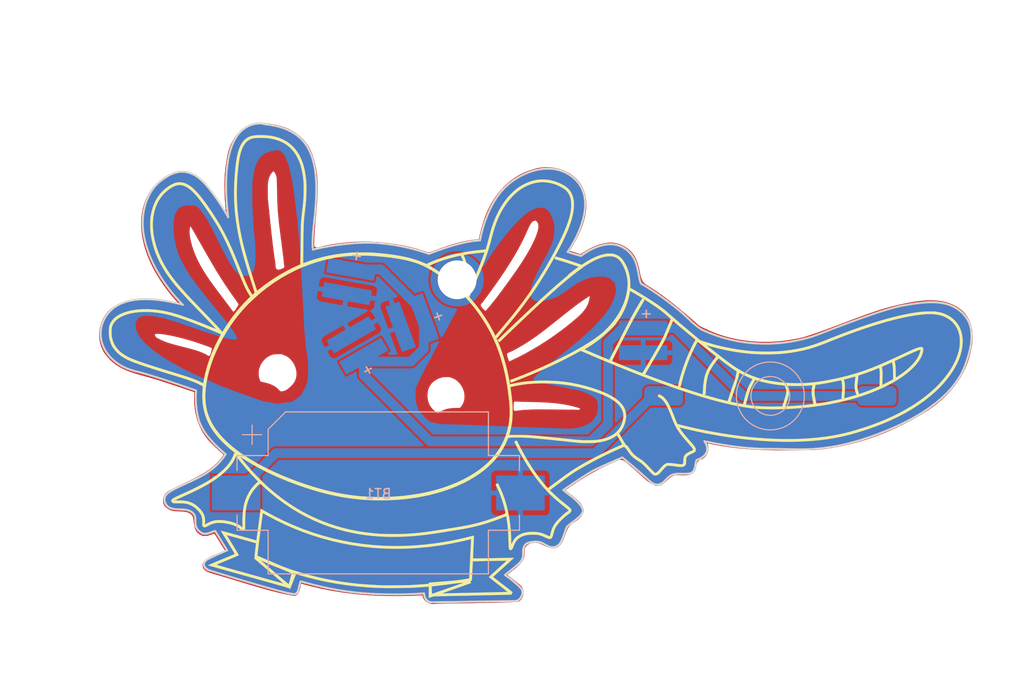
<source format=kicad_pcb>
(kicad_pcb (version 20221018) (generator pcbnew)
  (layers (0 "F.Cu" signal) (31 "B.Cu" signal) (34 "B.Paste" user) (35 "F.Paste" user) (36 "B.SilkS" user "B.Silkscreen") (37 "F.SilkS" user "F.Silkscreen") (38 "B.Mask" user) (39 "F.Mask" user) (44 "Edge.Cuts" user))
  (net 0 "")
  (net 1 "+3V0")
  (net 2 "GND")
  (net 3 "VCC")
  (footprint "Binary_Kitchen:axo" (layer "F.Cu") (at 117.34 59.24)
    (fp_text reference "Ref**" hide)
    (fp_text value "Val**" hide)
  )
  (footprint "MountingHole:MountingHole_2.1mm" (layer "F.Cu") (at 109.225 50.625)
    (fp_text reference "REF**" hide)
    (fp_text value "MountingHole_2.1mm")
  )
  (footprint "Binary_Kitchen:5mm_SMD-Pad" (layer "B.Cu") (at 102.474811 51.847315 80)
    (fp_text reference "D1" hide)
    (fp_text value "LED" hide)
  )
  (footprint "Binary_Kitchen:5mm_SMD-Pad" (layer "B.Cu") (at 105.885374 59.35759 20)
    (fp_text reference "D2" hide)
    (fp_text value "LED" hide)
  )
  (footprint "Binary_Kitchen:5mm_SMD-Pad" (layer "B.Cu") (at 94.932886 59.416321 -60)
    (fp_text reference "D3" hide)
    (fp_text value "LED" hide)
  )
  (footprint "Binary_Kitchen:5mm_SMD-Pad" (layer "B.Cu") (at 132.9 57.14 90)
    (fp_text reference "D4" hide)
    (fp_text value "LED" hide)
  )
  (footprint "Binary_Kitchen:BatteryHolder_Keystone_1060_1x2032_HandSoldering" (layer "B.Cu") (at 101.1 72.6)
    (fp_text reference "BT1")
    (fp_text value "Battery_Cell")
  )
  (footprint "Binary_Kitchen:Push_Button" (layer "B.Cu") (at 153.5 62.6 180)
    (fp_text reference "SW1" hide)
    (fp_text value "SW_DIP_x01")
  )
  (gr_line (start 123.952499 69.949657) (end 124.369122 69.759975) (stroke (width 0.2)) (layer "Edge.Cuts"))
  (gr_line (start 80.627118 74.298192) (end 80.803947 74.299766) (stroke (width 0.2)) (layer "Edge.Cuts"))
  (gr_line (start 79.069505 73.31095) (end 79.079212 73.396478) (stroke (width 0.2)) (layer "Edge.Cuts"))
  (gr_line (start 148.651578 55.41099) (end 147.540496 55.83653) (stroke (width 0.2)) (layer "Edge.Cuts"))
  (gr_line (start 85.507484 39.157045) (end 85.479674 39.45718) (stroke (width 0.2)) (layer "Edge.Cuts"))
  (gr_line (start 87.649367 81.780821) (end 88.727392 82.096696) (stroke (width 0.2)) (layer "Edge.Cuts"))
  (gr_line (start 93.430142 36.414123) (end 93.262234 36.222604) (stroke (width 0.2)) (layer "Edge.Cuts"))
  (gr_line (start 127.930094 50.082821) (end 127.866604 49.73625) (stroke (width 0.2)) (layer "Edge.Cuts"))
  (gr_line (start 88.510423 34.537498) (end 88.348286 34.567406) (stroke (width 0.2)) (layer "Edge.Cuts"))
  (gr_line (start 122.409839 42.690443) (end 122.398033 42.476886) (stroke (width 0.2)) (layer "Edge.Cuts"))
  (gr_line (start 121.508381 73.40225) (end 121.388221 73.289175) (stroke (width 0.2)) (layer "Edge.Cuts"))
  (gr_line (start 92.252684 35.420322) (end 92.016038 35.290719) (stroke (width 0.2)) (layer "Edge.Cuts"))
  (gr_line (start 74.141127 53.320283) (end 74.017032 53.398989) (stroke (width 0.2)) (layer "Edge.Cuts"))
  (gr_line (start 122.31303 47.939381) (end 122.189722 48.025433) (stroke (width 0.2)) (layer "Edge.Cuts"))
  (gr_line (start 83.159913 80.0986) (end 83.184312 80.163139) (stroke (width 0.2)) (layer "Edge.Cuts"))
  (gr_line (start 82.81675 65.619487) (end 82.884963 65.759585) (stroke (width 0.2)) (layer "Edge.Cuts"))
  (gr_line (start 105.920437 83.399551) (end 105.965562 83.486653) (stroke (width 0.2)) (layer "Edge.Cuts"))
  (gr_line (start 120.123398 77.206136) (end 120.198694 76.998613) (stroke (width 0.2)) (layer "Edge.Cuts"))
  (gr_line (start 97.667733 46.942431) (end 97.26108 46.990705) (stroke (width 0.2)) (layer "Edge.Cuts"))
  (gr_line (start 161.376945 59.890965) (end 161.489233 59.63202) (stroke (width 0.2)) (layer "Edge.Cuts"))
  (gr_line (start 132.127807 70.625222) (end 132.390164 70.625222) (stroke (width 0.2)) (layer "Edge.Cuts"))
  (gr_line (start 77.166891 42.658961) (end 77.108123 42.841822) (stroke (width 0.2)) (layer "Edge.Cuts"))
  (gr_line (start 116.64192 39.538247) (end 116.473749 39.603311) (stroke (width 0.2)) (layer "Edge.Cuts"))
  (gr_line (start 117.1139 77.64112) (end 117.209398 77.633512) (stroke (width 0.2)) (layer "Edge.Cuts"))
  (gr_line (start 113.519346 41.841987) (end 113.392365 42.016715) (stroke (width 0.2)) (layer "Edge.Cuts"))
  (gr_line (start 102.140396 83.055604) (end 102.927467 83.060851) (stroke (width 0.2)) (layer "Edge.Cuts"))
  (gr_line (start 115.908369 79.453994) (end 115.940115 79.378173) (stroke (width 0.2)) (layer "Edge.Cuts"))
  (gr_line (start 78.154665 40.927155) (end 78.040015 41.059907) (stroke (width 0.2)) (layer "Edge.Cuts"))
  (gr_line (start 84.167889 69.985862) (end 83.959578 70.156655) (stroke (width 0.2)) (layer "Edge.Cuts"))
  (gr_line (start 128.297394 51.106006) (end 128.259614 51.082394) (stroke (width 0.2)) (layer "Edge.Cuts"))
  (gr_line (start 72.950289 57.856401) (end 73.079368 58.066285) (stroke (width 0.2)) (layer "Edge.Cuts"))
  (gr_line (start 83.478939 40.999827) (end 83.30316 40.795453) (stroke (width 0.2)) (layer "Edge.Cuts"))
  (gr_line (start 140.270058 68.032104) (end 140.76224 68.04837) (stroke (width 0.2)) (layer "Edge.Cuts"))
  (gr_line (start 89.199635 34.518608) (end 89.115943 34.503916) (stroke (width 0.2)) (layer "Edge.Cuts"))
  (gr_line (start 149.293566 55.169361) (end 148.651578 55.41099) (stroke (width 0.2)) (layer "Edge.Cuts"))
  (gr_line (start 115.605872 83.582413) (end 115.680906 83.506067) (stroke (width 0.2)) (layer "Edge.Cuts"))
  (gr_line (start 146.134787 68.049682) (end 146.594174 68.010591) (stroke (width 0.2)) (layer "Edge.Cuts"))
  (gr_line (start 155.463679 65.263471) (end 155.831766 65.072477) (stroke (width 0.2)) (layer "Edge.Cuts"))
  (gr_line (start 160.287376 61.626181) (end 160.475486 61.386651) (stroke (width 0.2)) (layer "Edge.Cuts"))
  (gr_line (start 134.895936 55.973742) (end 134.515256 55.802161) (stroke (width 0.2)) (layer "Edge.Cuts"))
  (gr_line (start 121.879353 40.868912) (end 121.777821 40.720157) (stroke (width 0.2)) (layer "Edge.Cuts"))
  (gr_line (start 79.239774 52.817873) (end 78.99001 52.777732) (stroke (width 0.2)) (layer "Edge.Cuts"))
  (gr_line (start 72.835114 57.638647) (end 72.890996 57.748311) (stroke (width 0.2)) (layer "Edge.Cuts"))
  (gr_line (start 86.188825 36.421994) (end 86.082571 36.661787) (stroke (width 0.2)) (layer "Edge.Cuts"))
  (gr_line (start 81.994261 74.662341) (end 82.042797 74.711401) (stroke (width 0.2)) (layer "Edge.Cuts"))
  (gr_line (start 77.454959 41.965819) (end 77.37494 42.132939) (stroke (width 0.2)) (layer "Edge.Cuts"))
  (gr_line (start 101.626176 46.892059) (end 101.359097 46.866086) (stroke (width 0.2)) (layer "Edge.Cuts"))
  (gr_line (start 82.958685 65.898371) (end 83.036868 66.036107) (stroke (width 0.2)) (layer "Edge.Cuts"))
  (gr_line (start 80.968182 53.204846) (end 80.5917 53.104627) (stroke (width 0.2)) (layer "Edge.Cuts"))
  (gr_line (start 107.695807 83.861034) (end 108.202418 83.852114) (stroke (width 0.2)) (layer "Edge.Cuts"))
  (gr_line (start 158.114272 63.654448) (end 158.398405 63.440366) (stroke (width 0.2)) (layer "Edge.Cuts"))
  (gr_line (start 83.057069 76.793976) (end 83.15283 76.811554) (stroke (width 0.2)) (layer "Edge.Cuts"))
  (gr_line (start 82.365758 76.174293) (end 82.407473 76.255886) (stroke (width 0.2)) (layer "Edge.Cuts"))
  (gr_line (start 108.202418 83.852114) (end 108.77803 83.847916) (stroke (width 0.2)) (layer "Edge.Cuts"))
  (gr_line (start 86.430456 35.974416) (end 86.304525 36.192696) (stroke (width 0.2)) (layer "Edge.Cuts"))
  (gr_line (start 146.40003 56.2744) (end 146.289315 56.315066) (stroke (width 0.2)) (layer "Edge.Cuts"))
  (gr_line (start 117.383341 77.630101) (end 117.533671 77.637185) (stroke (width 0.2)) (layer "Edge.Cuts"))
  (gr_line (start 88.847552 34.503129) (end 88.67702 34.515985) (stroke (width 0.2)) (layer "Edge.Cuts"))
  (gr_line (start 116.097791 78.202298) (end 116.132947 78.113884) (stroke (width 0.2)) (layer "Edge.Cuts"))
  (gr_line (start 94.713855 41.090077) (end 94.708346 40.79965) (stroke (width 0.2)) (layer "Edge.Cuts"))
  (gr_line (start 95.771154 82.382401) (end 96.152097 82.460845) (stroke (width 0.2)) (layer "Edge.Cuts"))
  (gr_line (start 80.245914 39.572616) (end 80.093222 39.619053) (stroke (width 0.2)) (layer "Edge.Cuts"))
  (gr_line (start 78.475266 52.708733) (end 78.212122 52.680923) (stroke (width 0.2)) (layer "Edge.Cuts"))
  (gr_line (start 73.544265 58.647664) (end 73.723717 58.824229) (stroke (width 0.2)) (layer "Edge.Cuts"))
  (gr_line (start 82.457846 64.449908) (end 82.511104 64.695473) (stroke (width 0.2)) (layer "Edge.Cuts"))
  (gr_line (start 122.387539 43.336361) (end 122.404067 43.120705) (stroke (width 0.2)) (layer "Edge.Cuts"))
  (gr_line (start 73.272726 54.068519) (end 73.184311 54.180807) (stroke (width 0.2)) (layer "Edge.Cuts"))
  (gr_line (start 78.040015 41.059907) (end 77.93035 41.198168) (stroke (width 0.2)) (layer "Edge.Cuts"))
  (gr_line (start 116.021445 78.880748) (end 116.019084 78.653286) (stroke (width 0.2)) (layer "Edge.Cuts"))
  (gr_line (start 120.269268 76.790565) (end 120.413565 76.377356) (stroke (width 0.2)) (layer "Edge.Cuts"))
  (gr_line (start 115.954019 82.945152) (end 115.960054 82.847819) (stroke (width 0.2)) (layer "Edge.Cuts"))
  (gr_line (start 134.967559 67.814087) (end 134.931617 67.696815) (stroke (width 0.2)) (layer "Edge.Cuts"))
  (gr_line (start 158.671781 63.223661) (end 158.934663 63.003807) (stroke (width 0.2)) (layer "Edge.Cuts"))
  (gr_line (start 85.490956 42.699363) (end 85.534769 43.229058) (stroke (width 0.2)) (layer "Edge.Cuts"))
  (gr_line (start 155.08536 65.45158) (end 155.463679 65.263471) (stroke (width 0.2)) (layer "Edge.Cuts"))
  (gr_line (start 160.268486 53.354914) (end 160.084836 53.275682) (stroke (width 0.2)) (layer "Edge.Cuts"))
  (gr_line (start 88.036081 34.652409) (end 87.886275 34.707766) (stroke (width 0.2)) (layer "Edge.Cuts"))
  (gr_line (start 162.059335 57.810489) (end 162.101575 57.607951) (stroke (width 0.2)) (layer "Edge.Cuts"))
  (gr_line (start 82.591386 76.493055) (end 82.675602 76.56835) (stroke (width 0.2)) (layer "Edge.Cuts"))
  (gr_line (start 119.685524 39.306588) (end 119.554345 39.274318) (stroke (width 0.2)) (layer "Edge.Cuts"))
  (gr_line (start 141.855744 57.195529) (end 141.574759 57.208384) (stroke (width 0.2)) (layer "Edge.Cuts"))
  (gr_line (start 134.675818 68.765911) (end 134.740096 68.699536) (stroke (width 0.2)) (layer "Edge.Cuts"))
  (gr_line (start 77.780807 48.66899) (end 77.904115 48.93187) (stroke (width 0.2)) (layer "Edge.Cuts"))
  (gr_line (start 77.163218 46.992017) (end 77.249271 47.282968) (stroke (width 0.2)) (layer "Edge.Cuts"))
  (gr_line (start 85.320161 68.696125) (end 85.250899 68.801329) (stroke (width 0.2)) (layer "Edge.Cuts"))
  (gr_line (start 121.020396 47.101943) (end 121.18332 46.817813) (stroke (width 0.2)) (layer "Edge.Cuts"))
  (gr_line (start 77.725187 41.490694) (end 77.629951 41.644434) (stroke (width 0.2)) (layer "Edge.Cuts"))
  (gr_line (start 84.599204 67.922965) (end 84.787052 68.097955) (stroke (width 0.2)) (layer "Edge.Cuts"))
  (gr_line (start 133.911835 69.208504) (end 134.031469 69.162592) (stroke (width 0.2)) (layer "Edge.Cuts"))
  (gr_line (start 89.684995 34.616991) (end 89.337372 34.577638) (stroke (width 0.2)) (layer "Edge.Cuts"))
  (gr_line (start 119.510532 78.089223) (end 119.586353 78.040949) (stroke (width 0.2)) (layer "Edge.Cuts"))
  (gr_line (start 85.534769 43.229058) (end 85.584879 43.724647) (stroke (width 0.2)) (layer "Edge.Cuts"))
  (gr_line (start 129.913251 71.750462) (end 129.979365 71.741542) (stroke (width 0.2)) (layer "Edge.Cuts"))
  (gr_line (start 137.066416 67.707046) (end 137.486449 67.768962) (stroke (width 0.2)) (layer "Edge.Cuts"))
  (gr_line (start 118.227081 39.182494) (end 118.046317 39.199022) (stroke (width 0.2)) (layer "Edge.Cuts"))
  (gr_line (start 103.439851 83.05744) (end 103.913405 83.048258) (stroke (width 0.2)) (layer "Edge.Cuts"))
  (gr_line (start 131.471914 70.703928) (end 131.576595 70.677955) (stroke (width 0.2)) (layer "Edge.Cuts"))
  (gr_line (start 77.54967 48.128539) (end 77.662484 48.401388) (stroke (width 0.2)) (layer "Edge.Cuts"))
  (gr_line (start 82.860039 40.343153) (end 82.71207 40.214074) (stroke (width 0.2)) (layer "Edge.Cuts"))
  (gr_line (start 82.563576 40.096014) (end 82.414819 39.988449) (stroke (width 0.2)) (layer "Edge.Cuts"))
  (gr_line (start 98.514097 46.862675) (end 98.086193 46.899405) (stroke (width 0.2)) (layer "Edge.Cuts"))
  (gr_line (start 72.583776 56.933961) (end 72.631 57.112625) (stroke (width 0.2)) (layer "Edge.Cuts"))
  (gr_line (start 120.413565 76.377356) (end 120.448196 76.287893) (stroke (width 0.2)) (layer "Edge.Cuts"))
  (gr_line (start 74.828503 52.989715) (end 74.682108 53.047171) (stroke (width 0.2)) (layer "Edge.Cuts"))
  (gr_line (start 133.498885 70.431341) (end 133.548995 70.375197) (stroke (width 0.2)) (layer "Edge.Cuts"))
  (gr_line (start 88.190085 34.60571) (end 88.036081 34.652409) (stroke (width 0.2)) (layer "Edge.Cuts"))
  (gr_line (start 134.526537 68.891579) (end 134.60472 68.829926) (stroke (width 0.2)) (layer "Edge.Cuts"))
  (gr_line (start 143.678076 68.093495) (end 144.047737 68.102415) (stroke (width 0.2)) (layer "Edge.Cuts"))
  (gr_line (start 73.184311 54.180807) (end 73.100357 54.297293) (stroke (width 0.2)) (layer "Edge.Cuts"))
  (gr_line (start 76.965139 43.409558) (end 76.928671 43.604751) (stroke (width 0.2)) (layer "Edge.Cuts"))
  (gr_line (start 79.082098 73.144879) (end 79.070292 73.226997) (stroke (width 0.2)) (layer "Edge.Cuts"))
  (gr_line (start 116.217426 77.970901) (end 116.266749 77.914232) (stroke (width 0.2)) (layer "Edge.Cuts"))
  (gr_line (start 122.611592 47.748124) (end 122.454178 47.846245) (stroke (width 0.2)) (layer "Edge.Cuts"))
  (gr_line (start 134.349184 69.008065) (end 134.441271 68.951134) (stroke (width 0.2)) (layer "Edge.Cuts"))
  (gr_line (start 158.844937 52.978696) (end 158.613538 52.958495) (stroke (width 0.2)) (layer "Edge.Cuts"))
  (gr_line (start 82.883389 76.711859) (end 82.923792 76.738881) (stroke (width 0.2)) (layer "Edge.Cuts"))
  (gr_line (start 108.77803 83.847916) (end 110.516932 83.813023) (stroke (width 0.2)) (layer "Edge.Cuts"))
  (gr_line (start 160.819173 60.899195) (end 160.974751 60.65127) (stroke (width 0.2)) (layer "Edge.Cuts"))
  (gr_line (start 92.481197 83.029631) (end 92.547835 83.014939) (stroke (width 0.2)) (layer "Edge.Cuts"))
  (gr_line (start 84.152148 41.856154) (end 83.988962 41.637875) (stroke (width 0.2)) (layer "Edge.Cuts"))
  (gr_line (start 94.637509 39.720322) (end 94.607338 39.47056) (stroke (width 0.2)) (layer "Edge.Cuts"))
  (gr_line (start 142.916191 57.10318) (end 142.66118 57.131777) (stroke (width 0.2)) (layer "Edge.Cuts"))
  (gr_line (start 118.590183 39.168851) (end 118.40837 39.172262) (stroke (width 0.2)) (layer "Edge.Cuts"))
  (gr_line (start 106.889059 83.874151) (end 107.257933 83.869954) (stroke (width 0.2)) (layer "Edge.Cuts"))
  (gr_line (start 117.671146 77.657124) (end 117.797602 77.688082) (stroke (width 0.2)) (layer "Edge.Cuts"))
  (gr_line (start 161.253637 60.147286) (end 161.376945 59.890965) (stroke (width 0.2)) (layer "Edge.Cuts"))
  (gr_line (start 112.934552 42.743439) (end 112.832233 42.929449) (stroke (width 0.2)) (layer "Edge.Cuts"))
  (gr_line (start 129.667685 71.733147) (end 129.756624 71.748364) (stroke (width 0.2)) (layer "Edge.Cuts"))
  (gr_line (start 107.7774 47.420967) (end 107.441845 47.535879) (stroke (width 0.2)) (layer "Edge.Cuts"))
  (gr_line (start 115.935392 82.665219) (end 115.904696 82.583365) (stroke (width 0.2)) (layer "Edge.Cuts"))
  (gr_line (start 82.923792 76.738881) (end 82.966556 76.761444) (stroke (width 0.2)) (layer "Edge.Cuts"))
  (gr_line (start 105.813395 82.955909) (end 105.829399 83.053767) (stroke (width 0.2)) (layer "Edge.Cuts"))
  (gr_line (start 85.748066 37.709108) (end 85.685362 37.989041) (stroke (width 0.2)) (layer "Edge.Cuts"))
  (gr_line (start 114.669257 81.439497) (end 114.480885 81.299924) (stroke (width 0.2)) (layer "Edge.Cuts"))
  (gr_line (start 104.468815 47.401028) (end 104.055603 47.301858) (stroke (width 0.2)) (layer "Edge.Cuts"))
  (gr_line (start 123.824731 47.177239) (end 123.597005 47.259619) (stroke (width 0.2)) (layer "Edge.Cuts"))
  (gr_line (start 75.294711 52.842009) (end 75.134936 52.887134) (stroke (width 0.2)) (layer "Edge.Cuts"))
  (gr_line (start 154.696547 65.636803) (end 155.08536 65.45158) (stroke (width 0.2)) (layer "Edge.Cuts"))
  (gr_line (start 78.439061 49.93118) (end 78.580996 50.1673) (stroke (width 0.2)) (layer "Edge.Cuts"))
  (gr_line (start 127.787109 49.371577) (end 127.737524 49.185305) (stroke (width 0.2)) (layer "Edge.Cuts"))
  (gr_line (start 142.963153 68.080378) (end 143.318122 68.084575) (stroke (width 0.2)) (layer "Edge.Cuts"))
  (gr_line (start 83.250689 76.816801) (end 83.340415 76.812078) (stroke (width 0.2)) (layer "Edge.Cuts"))
  (gr_line (start 84.691029 69.490274) (end 84.532828 69.65136) (stroke (width 0.2)) (layer "Edge.Cuts"))
  (gr_line (start 79.905636 52.020051) (end 80.191606 52.359801) (stroke (width 0.2)) (layer "Edge.Cuts"))
  (gr_line (start 84.232166 76.53713) (end 84.300117 76.52821) (stroke (width 0.2)) (layer "Edge.Cuts"))
  (gr_line (start 77.085036 46.697129) (end 77.163218 46.992017) (stroke (width 0.2)) (layer "Edge.Cuts"))
  (gr_line (start 119.429726 78.128576) (end 119.510532 78.089223) (stroke (width 0.2)) (layer "Edge.Cuts"))
  (gr_line (start 126.251009 68.946149) (end 126.668419 69.283538) (stroke (width 0.2)) (layer "Edge.Cuts"))
  (gr_line (start 112.175553 44.409393) (end 112.053033 44.759637) (stroke (width 0.2)) (layer "Edge.Cuts"))
  (gr_line (start 133.011163 70.614203) (end 133.124764 70.598986) (stroke (width 0.2)) (layer "Edge.Cuts"))
  (gr_line (start 98.293717 82.807678) (end 98.771469 82.863297) (stroke (width 0.2)) (layer "Edge.Cuts"))
  (gr_line (start 159.698647 53.142668) (end 159.495582 53.089148) (stroke (width 0.2)) (layer "Edge.Cuts"))
  (gr_line (start 105.892102 83.323206) (end 105.920437 83.399551) (stroke (width 0.2)) (layer "Edge.Cuts"))
  (gr_line (start 127.441848 48.438905) (end 127.33638 48.25788) (stroke (width 0.2)) (layer "Edge.Cuts"))
  (gr_line (start 86.304525 36.192696) (end 86.188825 36.421994) (stroke (width 0.2)) (layer "Edge.Cuts"))
  (gr_line (start 95.801588 47.213707) (end 95.20525 47.327306) (stroke (width 0.2)) (layer "Edge.Cuts"))
  (gr_line (start 161.249439 54.018147) (end 161.099371 53.885133) (stroke (width 0.2)) (layer "Edge.Cuts"))
  (gr_line (start 77.825407 41.341938) (end 77.725187 41.490694) (stroke (width 0.2)) (layer "Edge.Cuts"))
  (gr_line (start 75.030255 59.686328) (end 75.282381 59.794418) (stroke (width 0.2)) (layer "Edge.Cuts"))
  (gr_line (start 116.016198 79.0135) (end 116.021445 78.880748) (stroke (width 0.2)) (layer "Edge.Cuts"))
  (gr_line (start 114.941584 40.450718) (end 114.675816 40.651944) (stroke (width 0.2)) (layer "Edge.Cuts"))
  (gr_line (start 97.832756 82.746549) (end 98.293717 82.807678) (stroke (width 0.2)) (layer "Edge.Cuts"))
  (gr_line (start 92.016038 35.290719) (end 91.767323 35.171348) (stroke (width 0.2)) (layer "Edge.Cuts"))
  (gr_line (start 100.959789 83.023596) (end 101.353325 83.038026) (stroke (width 0.2)) (layer "Edge.Cuts"))
  (gr_line (start 82.176861 74.911054) (end 82.197588 74.961688) (stroke (width 0.2)) (layer "Edge.Cuts"))
  (gr_line (start 115.22283 40.257625) (end 115.08037 40.353122) (stroke (width 0.2)) (layer "Edge.Cuts"))
  (gr_line (start 122.040178 74.807161) (end 122.08373 74.746295) (stroke (width 0.2)) (layer "Edge.Cuts"))
  (gr_line (start 144.86839 56.74664) (end 144.492694 56.834791) (stroke (width 0.2)) (layer "Edge.Cuts"))
  (gr_line (start 79.494261 72.567961) (end 79.399812 72.644831) (stroke (width 0.2)) (layer "Edge.Cuts"))
  (gr_line (start 100.26638 46.806007) (end 99.989068 46.803383) (stroke (width 0.2)) (layer "Edge.Cuts"))
  (gr_line (start 83.201366 79.738911) (end 83.170145 79.811846) (stroke (width 0.2)) (layer "Edge.Cuts"))
  (gr_line (start 120.06804 39.42937) (end 119.942371 39.383983) (stroke (width 0.2)) (layer "Edge.Cuts"))
  (gr_line (start 126.442267 47.369545) (end 126.329716 47.301858) (stroke (width 0.2)) (layer "Edge.Cuts"))
  (gr_line (start 82.327979 63.519335) (end 82.34923 63.741812) (stroke (width 0.2)) (layer "Edge.Cuts"))
  (gr_line (start 161.895362 58.448274) (end 161.956229 58.230782) (stroke (width 0.2)) (layer "Edge.Cuts"))
  (gr_line (start 135.66779 56.283583) (end 135.280027 56.134303) (stroke (width 0.2)) (layer "Edge.Cuts"))
  (gr_line (start 121.837901 73.753806) (end 121.735057 73.635746) (stroke (width 0.2)) (layer "Edge.Cuts"))
  (gr_line (start 122.17057 74.567106) (end 122.184475 74.508076) (stroke (width 0.2)) (layer "Edge.Cuts"))
  (gr_line (start 75.800798 52.73287) (end 75.627642 52.764877) (stroke (width 0.2)) (layer "Edge.Cuts"))
  (gr_line (start 116.473749 39.603311) (end 116.308201 39.672573) (stroke (width 0.2)) (layer "Edge.Cuts"))
  (gr_line (start 115.808674 83.3337) (end 115.86167 83.244499) (stroke (width 0.2)) (layer "Edge.Cuts"))
  (gr_line (start 139.723043 57.169031) (end 139.304059 57.130465) (stroke (width 0.2)) (layer "Edge.Cuts"))
  (gr_line (start 76.088341 60.052313) (end 76.443048 60.140464) (stroke (width 0.2)) (layer "Edge.Cuts"))
  (gr_line (start 120.603249 76.030785) (end 120.659393 75.974903) (stroke (width 0.2)) (layer "Edge.Cuts"))
  (gr_line (start 80.803947 74.299766) (end 80.979726 74.30685) (stroke (width 0.2)) (layer "Edge.Cuts"))
  (gr_line (start 79.923739 74.232603) (end 80.019762 74.250706) (stroke (width 0.2)) (layer "Edge.Cuts"))
  (gr_line (start 122.05592 41.182426) (end 121.971965 41.023177) (stroke (width 0.2)) (layer "Edge.Cuts"))
  (gr_line (start 120.040493 77.407624) (end 120.123398 77.206136) (stroke (width 0.2)) (layer "Edge.Cuts"))
  (gr_line (start 162.22016 56.665047) (end 162.225407 56.490056) (stroke (width 0.2)) (layer "Edge.Cuts"))
  (gr_line (start 162.208879 56.844236) (end 162.22016 56.665047) (stroke (width 0.2)) (layer "Edge.Cuts"))
  (gr_line (start 82.34923 63.741812) (end 82.377565 63.971898) (stroke (width 0.2)) (layer "Edge.Cuts"))
  (gr_line (start 79.943941 39.673098) (end 79.798332 39.734489) (stroke (width 0.2)) (layer "Edge.Cuts"))
  (gr_line (start 118.765438 78.158747) (end 118.859099 78.18472) (stroke (width 0.2)) (layer "Edge.Cuts"))
  (gr_line (start 85.985761 36.911286) (end 85.898134 37.169444) (stroke (width 0.2)) (layer "Edge.Cuts"))
  (gr_line (start 133.2179 70.583769) (end 133.30133 70.558583) (stroke (width 0.2)) (layer "Edge.Cuts"))
  (gr_line (start 119.150053 39.20322) (end 119.012316 39.188266) (stroke (width 0.2)) (layer "Edge.Cuts"))
  (gr_line (start 129.979365 71.741542) (end 130.043905 71.727375) (stroke (width 0.2)) (layer "Edge.Cuts"))
  (gr_line (start 121.998463 45.025403) (end 122.066676 44.821553) (stroke (width 0.2)) (layer "Edge.Cuts"))
  (gr_line (start 142.399085 57.156963) (end 142.130432 57.178214) (stroke (width 0.2)) (layer "Edge.Cuts"))
  (gr_line (start 79.165002 73.658833) (end 79.21039 73.747247) (stroke (width 0.2)) (layer "Edge.Cuts"))
  (gr_line (start 80.217579 74.274843) (end 80.420906 74.288485) (stroke (width 0.2)) (layer "Edge.Cuts"))
  (gr_line (start 137.656982 56.864699) (end 137.252689 56.770514) (stroke (width 0.2)) (layer "Edge.Cuts"))
  (gr_line (start 119.286479 39.222634) (end 119.150053 39.20322) (stroke (width 0.2)) (layer "Edge.Cuts"))
  (gr_line (start 130.549991 71.421207) (end 130.646276 71.326497) (stroke (width 0.2)) (layer "Edge.Cuts"))
  (gr_line (start 120.4398 72.533855) (end 120.164325 72.304294) (stroke (width 0.2)) (layer "Edge.Cuts"))
  (gr_line (start 122.134889 74.211353) (end 122.081631 74.101426) (stroke (width 0.2)) (layer "Edge.Cuts"))
  (gr_line (start 83.011157 76.779546) (end 83.057069 76.793976) (stroke (width 0.2)) (layer "Edge.Cuts"))
  (gr_line (start 114.675816 40.651944) (end 114.426314 40.85973) (stroke (width 0.2)) (layer "Edge.Cuts"))
  (gr_line (start 105.965562 83.486653) (end 106.027216 83.578215) (stroke (width 0.2)) (layer "Edge.Cuts"))
  (gr_line (start 77.108123 42.841822) (end 77.055127 43.027832) (stroke (width 0.2)) (layer "Edge.Cuts"))
  (gr_line (start 79.125911 40.114641) (end 78.88428 40.284647) (stroke (width 0.2)) (layer "Edge.Cuts"))
  (gr_line (start 121.869646 74.996844) (end 121.989806 74.869077) (stroke (width 0.2)) (layer "Edge.Cuts"))
  (gr_line (start 92.347919 83.032254) (end 92.40695 83.034615) (stroke (width 0.2)) (layer "Edge.Cuts"))
  (gr_line (start 111.58525 46.567264) (end 111.41944 46.572773) (stroke (width 0.2)) (layer "Edge.Cuts"))
  (gr_line (start 135.280027 56.134303) (end 134.895936 55.973742) (stroke (width 0.2)) (layer "Edge.Cuts"))
  (gr_line (start 106.502344 83.869954) (end 106.57423 83.874151) (stroke (width 0.2)) (layer "Edge.Cuts"))
  (gr_line (start 108.907634 47.067575) (end 108.515672 47.183798) (stroke (width 0.2)) (layer "Edge.Cuts"))
  (gr_line (start 94.487179 38.766661) (end 94.436806 38.546545) (stroke (width 0.2)) (layer "Edge.Cuts"))
  (gr_line (start 72.515038 55.851484) (end 72.501133 56.03146) (stroke (width 0.2)) (layer "Edge.Cuts"))
  (gr_line (start 120.519557 76.138351) (end 120.557861 76.082207) (stroke (width 0.2)) (layer "Edge.Cuts"))
  (gr_line (start 121.282491 47.970863) (end 120.957431 47.871693) (stroke (width 0.2)) (layer "Edge.Cuts"))
  (gr_line (start 76.853899 44.205019) (end 76.840519 44.409393) (stroke (width 0.2)) (layer "Edge.Cuts"))
  (gr_line (start 121.573183 48.050357) (end 121.282491 47.970863) (stroke (width 0.2)) (layer "Edge.Cuts"))
  (gr_line (start 83.170145 79.811846) (end 83.150206 79.887667) (stroke (width 0.2)) (layer "Edge.Cuts"))
  (gr_line (start 111.247072 46.584579) (end 111.068669 46.602157) (stroke (width 0.2)) (layer "Edge.Cuts"))
  (gr_line (start 115.517982 40.074763) (end 115.368701 40.164751) (stroke (width 0.2)) (layer "Edge.Cuts"))
  (gr_line (start 83.584407 66.824746) (end 83.78616 67.069524) (stroke (width 0.2)) (layer "Edge.Cuts"))
  (gr_line (start 83.39 66.57) (end 83.584407 66.824746) (stroke (width 0.2)) (layer "Edge.Cuts"))
  (gr_line (start 159.89489 53.204846) (end 159.698647 53.142668) (stroke (width 0.2)) (layer "Edge.Cuts"))
  (gr_line (start 82.675602 76.56835) (end 82.772674 76.641548) (stroke (width 0.2)) (layer "Edge.Cuts"))
  (gr_line (start 122.000825 48.16763) (end 121.960946 48.152151) (stroke (width 0.2)) (layer "Edge.Cuts"))
  (gr_line (start 115.479416 83.675024) (end 115.523492 83.647477) (stroke (width 0.2)) (layer "Edge.Cuts"))
  (gr_line (start 82.754047 65.478603) (end 82.81675 65.619487) (stroke (width 0.2)) (layer "Edge.Cuts"))
  (gr_line (start 78.274038 40.799913) (end 78.154665 40.927155) (stroke (width 0.2)) (layer "Edge.Cuts"))
  (gr_line (start 162.191301 57.028409) (end 162.208879 56.844236) (stroke (width 0.2)) (layer "Edge.Cuts"))
  (gr_line (start 76.833173 44.615605) (end 76.831861 44.823652) (stroke (width 0.2)) (layer "Edge.Cuts"))
  (gr_line (start 112.314078 44.047606) (end 112.175553 44.409393) (stroke (width 0.2)) (layer "Edge.Cuts"))
  (gr_line (start 78.88428 40.284647) (end 78.65944 40.454391) (stroke (width 0.2)) (layer "Edge.Cuts"))
  (gr_line (start 80.889475 39.483677) (end 80.723666 39.489712) (stroke (width 0.2)) (layer "Edge.Cuts"))
  (gr_line (start 82.413507 64.208279) (end 82.457846 64.449908) (stroke (width 0.2)) (layer "Edge.Cuts"))
  (gr_line (start 128.62639 70.971793) (end 129.110701 71.412287) (stroke (width 0.2)) (layer "Edge.Cuts"))
  (gr_line (start 79.651675 74.145239) (end 79.739302 74.180657) (stroke (width 0.2)) (layer "Edge.Cuts"))
  (gr_line (start 76.928671 43.604751) (end 76.897975 43.802304) (stroke (width 0.2)) (layer "Edge.Cuts"))
  (gr_line (start 104.055603 47.301858) (end 103.614056 47.205049) (stroke (width 0.2)) (layer "Edge.Cuts"))
  (gr_line (start 76.347025 52.662034) (end 76.16049 52.681448) (stroke (width 0.2)) (layer "Edge.Cuts"))
  (gr_line (start 93.312082 81.775311) (end 93.410465 81.803908) (stroke (width 0.2)) (layer "Edge.Cuts"))
  (gr_line (start 131.264914 70.789718) (end 131.366184 70.740395) (stroke (width 0.2)) (layer "Edge.Cuts"))
  (gr_line (start 134.828773 67.473288) (end 134.766069 67.367821) (stroke (width 0.2)) (layer "Edge.Cuts"))
  (gr_line (start 83.490483 70.498766) (end 83.228388 70.667198) (stroke (width 0.2)) (layer "Edge.Cuts"))
  (gr_line (start 72.631 57.112625) (end 72.688719 57.289977) (stroke (width 0.2)) (layer "Edge.Cuts"))
  (gr_line (start 116.320795 77.866221) (end 116.379825 77.825556) (stroke (width 0.2)) (layer "Edge.Cuts"))
  (gr_line (start 120.830975 39.825788) (end 120.662804 39.719797) (stroke (width 0.2)) (layer "Edge.Cuts"))
  (gr_line (start 130.737314 71.228638) (end 130.899976 71.069126) (stroke (width 0.2)) (layer "Edge.Cuts"))
  (gr_line (start 104.73432 83.018349) (end 105.373422 82.983456) (stroke (width 0.2)) (layer "Edge.Cuts"))
  (gr_line (start 150.68091 54.659868) (end 149.974645 54.916713) (stroke (width 0.2)) (layer "Edge.Cuts"))
  (gr_line (start 130.052562 52.231247) (end 129.751639 52.021888) (stroke (width 0.2)) (layer "Edge.Cuts"))
  (gr_line (start 121.708821 71.251725) (end 122.166634 70.953952) (stroke (width 0.2)) (layer "Edge.Cuts"))
  (gr_line (start 162.08662 55.383443) (end 162.04202 55.241509) (stroke (width 0.2)) (layer "Edge.Cuts"))
  (gr_line (start 115.670149 39.987399) (end 115.517982 40.074763) (stroke (width 0.2)) (layer "Edge.Cuts"))
  (gr_line (start 115.368701 40.164751) (end 115.22283 40.257625) (stroke (width 0.2)) (layer "Edge.Cuts"))
  (gr_line (start 119.062426 78.207282) (end 119.156612 78.202298) (stroke (width 0.2)) (layer "Edge.Cuts"))
  (gr_line (start 80.019762 74.250706) (end 80.217579 74.274843) (stroke (width 0.2)) (layer "Edge.Cuts"))
  (gr_line (start 133.551618 55.104559) (end 133.353014 54.927732) (stroke (width 0.2)) (layer "Edge.Cuts"))
  (gr_line (start 121.667894 40.576386) (end 121.549308 40.437863) (stroke (width 0.2)) (layer "Edge.Cuts"))
  (gr_line (start 103.913405 83.048258) (end 104.345507 83.034615) (stroke (width 0.2)) (layer "Edge.Cuts"))
  (gr_line (start 89.115943 34.503916) (end 89.022544 34.498932) (stroke (width 0.2)) (layer "Edge.Cuts"))
  (gr_line (start 122.242456 44.194262) (end 122.289417 43.98123) (stroke (width 0.2)) (layer "Edge.Cuts"))
  (gr_line (start 81.322364 74.347515) (end 81.405269 74.365093) (stroke (width 0.2)) (layer "Edge.Cuts"))
  (gr_line (start 94.572445 39.228406) (end 94.532304 38.993861) (stroke (width 0.2)) (layer "Edge.Cuts"))
  (gr_line (start 82.197588 74.961688) (end 82.214378 75.01311) (stroke (width 0.2)) (layer "Edge.Cuts"))
  (gr_line (start 78.300011 49.689289) (end 78.439061 49.93118) (stroke (width 0.2)) (layer "Edge.Cuts"))
  (gr_line (start 82.407473 76.255886) (end 82.45837 76.336166) (stroke (width 0.2)) (layer "Edge.Cuts"))
  (gr_line (start 127.002137 47.826568) (end 126.921856 47.744976) (stroke (width 0.2)) (layer "Edge.Cuts"))
  (gr_line (start 75.627642 52.764877) (end 75.458947 52.801344) (stroke (width 0.2)) (layer "Edge.Cuts"))
  (gr_line (start 131.085987 52.988404) (end 130.721311 52.714505) (stroke (width 0.2)) (layer "Edge.Cuts"))
  (gr_line (start 128.025592 50.586543) (end 127.991223 50.427294) (stroke (width 0.2)) (layer "Edge.Cuts"))
  (gr_line (start 108.137091 47.302645) (end 107.7774 47.420967) (stroke (width 0.2)) (layer "Edge.Cuts"))
  (gr_line (start 106.308987 83.81381) (end 106.369592 83.838996) (stroke (width 0.2)) (layer "Edge.Cuts"))
  (gr_line (start 74.787313 59.567481) (end 75.030255 59.686328) (stroke (width 0.2)) (layer "Edge.Cuts"))
  (gr_line (start 127.679805 48.997721) (end 127.612117 48.810137) (stroke (width 0.2)) (layer "Edge.Cuts"))
  (gr_line (start 73.671246 53.660819) (end 73.564991 53.756317) (stroke (width 0.2)) (layer "Edge.Cuts"))
  (gr_line (start 91.767323 35.171348) (end 91.506803 35.061945) (stroke (width 0.2)) (layer "Edge.Cuts"))
  (gr_line (start 79.567458 74.102213) (end 79.651675 74.145239) (stroke (width 0.2)) (layer "Edge.Cuts"))
  (gr_line (start 93.262234 36.222604) (end 93.083306 36.041317) (stroke (width 0.2)) (layer "Edge.Cuts"))
  (gr_line (start 119.657189 77.984018) (end 119.723303 77.919479) (stroke (width 0.2)) (layer "Edge.Cuts"))
  (gr_line (start 161.800126 54.710764) (end 161.724043 54.586933) (stroke (width 0.2)) (layer "Edge.Cuts"))
  (gr_line (start 94.708346 40.79965) (end 94.698114 40.517619) (stroke (width 0.2)) (layer "Edge.Cuts"))
  (gr_line (start 129.578221 71.707699) (end 129.667685 71.733147) (stroke (width 0.2)) (layer "Edge.Cuts"))
  (gr_line (start 92.714957 82.91367) (end 92.754573 82.864609) (stroke (width 0.2)) (layer "Edge.Cuts"))
  (gr_line (start 79.739302 74.180657) (end 79.830078 74.209779) (stroke (width 0.2)) (layer "Edge.Cuts"))
  (gr_line (start 157.199171 64.279378) (end 157.514786 64.073954) (stroke (width 0.2)) (layer "Edge.Cuts"))
  (gr_line (start 137.9217 67.827205) (end 138.370855 67.88125) (stroke (width 0.2)) (layer "Edge.Cuts"))
  (gr_line (start 79.518135 39.874324) (end 79.383546 39.951194) (stroke (width 0.2)) (layer "Edge.Cuts"))
  (gr_line (start 124.42238 47.020613) (end 124.300122 47.045275) (stroke (width 0.2)) (layer "Edge.Cuts"))
  (gr_line (start 161.099371 53.885133) (end 160.944318 53.761039) (stroke (width 0.2)) (layer "Edge.Cuts"))
  (gr_line (start 94.184943 37.735868) (end 94.10886 37.549596) (stroke (width 0.2)) (layer "Edge.Cuts"))
  (gr_line (start 77.662484 48.401388) (end 77.780807 48.66899) (stroke (width 0.2)) (layer "Edge.Cuts"))
  (gr_line (start 128.998937 51.522888) (end 128.636359 51.297788) (stroke (width 0.2)) (layer "Edge.Cuts"))
  (gr_line (start 161.458275 54.235902) (end 161.357005 54.12545) (stroke (width 0.2)) (layer "Edge.Cuts"))
  (gr_line (start 86.453806 81.424542) (end 87.649367 81.780821) (stroke (width 0.2)) (layer "Edge.Cuts"))
  (gr_line (start 143.638722 56.999812) (end 143.164381 57.071435) (stroke (width 0.2)) (layer "Edge.Cuts"))
  (gr_line (start 83.036868 66.036107) (end 83.119773 66.172269) (stroke (width 0.2)) (layer "Edge.Cuts"))
  (gr_line (start 84.311661 42.076008) (end 84.152148 41.856154) (stroke (width 0.2)) (layer "Edge.Cuts"))
  (gr_line (start 111.774672 45.702279) (end 111.709082 45.968045) (stroke (width 0.2)) (layer "Edge.Cuts"))
  (gr_line (start 76.443048 60.140464) (end 76.833435 60.245669) (stroke (width 0.2)) (layer "Edge.Cuts"))
  (gr_line (start 81.796444 74.516734) (end 81.868854 74.561859) (stroke (width 0.2)) (layer "Edge.Cuts"))
  (gr_line (start 119.012316 39.188266) (end 118.873004 39.177509) (stroke (width 0.2)) (layer "Edge.Cuts"))
  (gr_line (start 151.633791 66.868822) (end 151.973281 66.749713) (stroke (width 0.2)) (layer "Edge.Cuts"))
  (gr_line (start 125.044166 46.960796) (end 124.91876 46.96342) (stroke (width 0.2)) (layer "Edge.Cuts"))
  (gr_line (start 127.148795 47.994738) (end 127.077958 47.909734) (stroke (width 0.2)) (layer "Edge.Cuts"))
  (gr_line (start 81.486862 74.386606) (end 81.567144 74.412054) (stroke (width 0.2)) (layer "Edge.Cuts"))
  (gr_line (start 77.055127 43.027832) (end 77.007378 43.217252) (stroke (width 0.2)) (layer "Edge.Cuts"))
  (gr_line (start 130.226768 71.656539) (end 130.340368 71.589376) (stroke (width 0.2)) (layer "Edge.Cuts"))
  (gr_line (start 121.849969 45.422871) (end 121.925791 45.225842) (stroke (width 0.2)) (layer "Edge.Cuts"))
  (gr_line (start 130.106346 71.708223) (end 130.167475 71.684611) (stroke (width 0.2)) (layer "Edge.Cuts"))
  (gr_line (start 162.157457 55.679117) (end 162.125187 55.529312) (stroke (width 0.2)) (layer "Edge.Cuts"))
  (gr_line (start 85.630267 38.274483) (end 85.582518 38.56491) (stroke (width 0.2)) (layer "Edge.Cuts"))
  (gr_line (start 84.787052 68.097955) (end 84.962044 68.255106) (stroke (width 0.2)) (layer "Edge.Cuts"))
  (gr_line (start 121.368807 75.422384) (end 121.557179 75.271792) (stroke (width 0.2)) (layer "Edge.Cuts"))
  (gr_line (start 115.954019 82.753895) (end 115.935392 82.665219) (stroke (width 0.2)) (layer "Edge.Cuts"))
  (gr_line (start 83.311293 80.347575) (end 83.351172 80.385879) (stroke (width 0.2)) (layer "Edge.Cuts"))
  (gr_line (start 136.663435 67.643032) (end 137.066416 67.707046) (stroke (width 0.2)) (layer "Edge.Cuts"))
  (gr_line (start 141.574759 57.208384) (end 141.288003 57.216255) (stroke (width 0.2)) (layer "Edge.Cuts"))
  (gr_line (start 124.300122 47.045275) (end 124.05954 47.105092) (stroke (width 0.2)) (layer "Edge.Cuts"))
  (gr_line (start 90.652043 34.794606) (end 90.3422 34.725344) (stroke (width 0.2)) (layer "Edge.Cuts"))
  (gr_line (start 97.388585 82.680436) (end 97.832756 82.746549) (stroke (width 0.2)) (layer "Edge.Cuts"))
  (gr_line (start 85.4558 42.141596) (end 85.490956 42.699363) (stroke (width 0.2)) (layer "Edge.Cuts"))
  (gr_line (start 111.41944 46.572773) (end 111.247072 46.584579) (stroke (width 0.2)) (layer "Edge.Cuts"))
  (gr_line (start 82.306466 76.009534) (end 82.332439 76.092176) (stroke (width 0.2)) (layer "Edge.Cuts"))
  (gr_line (start 151.973281 66.749713) (end 152.320379 66.623782) (stroke (width 0.2)) (layer "Edge.Cuts"))
  (gr_line (start 104.850807 47.500198) (end 104.468815 47.401028) (stroke (width 0.2)) (layer "Edge.Cuts"))
  (gr_line (start 115.999407 79.155171) (end 116.016198 79.0135) (stroke (width 0.2)) (layer "Edge.Cuts"))
  (gr_line (start 85.00612 78.747471) (end 84.385383 79.027142) (stroke (width 0.2)) (layer "Edge.Cuts"))
  (gr_line (start 120.457903 72.097033) (end 120.829663 71.840713) (stroke (width 0.2)) (layer "Edge.Cuts"))
  (gr_line (start 99.989068 46.803383) (end 99.831654 46.803383) (stroke (width 0.2)) (layer "Edge.Cuts"))
  (gr_line (start 138.064422 56.947604) (end 137.656982 56.864699) (stroke (width 0.2)) (layer "Edge.Cuts"))
  (gr_line (start 82.272884 75.845038) (end 82.287051 75.927155) (stroke (width 0.2)) (layer "Edge.Cuts"))
  (gr_line (start 114.426314 40.85973) (end 114.194391 41.071975) (stroke (width 0.2)) (layer "Edge.Cuts"))
  (gr_line (start 129.47459 51.834041) (end 128.998937 51.522888) (stroke (width 0.2)) (layer "Edge.Cuts"))
  (gr_line (start 103.614056 47.205049) (end 103.14706 47.113225) (stroke (width 0.2)) (layer "Edge.Cuts"))
  (gr_line (start 93.650522 36.71006) (end 93.542956 36.559468) (stroke (width 0.2)) (layer "Edge.Cuts"))
  (gr_line (start 90.518766 82.601729) (end 91.226081 82.788526) (stroke (width 0.2)) (layer "Edge.Cuts"))
  (gr_line (start 139.303272 67.971763) (end 139.783123 68.006131) (stroke (width 0.2)) (layer "Edge.Cuts"))
  (gr_line (start 115.386016 83.717263) (end 115.433765 83.698374) (stroke (width 0.2)) (layer "Edge.Cuts"))
  (gr_line (start 131.848921 70.635191) (end 131.999514 70.626533) (stroke (width 0.2)) (layer "Edge.Cuts"))
  (gr_line (start 81.965664 39.728979) (end 81.814546 39.663653) (stroke (width 0.2)) (layer "Edge.Cuts"))
  (gr_line (start 87.326406 35.011311) (end 87.196276 35.107595) (stroke (width 0.2)) (layer "Edge.Cuts"))
  (gr_line (start 82.647268 70.992519) (end 82.22461 71.199517) (stroke (width 0.2)) (layer "Edge.Cuts"))
  (gr_line (start 78.8709 50.622223) (end 79.018345 50.840765) (stroke (width 0.2)) (layer "Edge.Cuts"))
  (gr_line (start 114.500561 80.778362) (end 114.864713 80.489771) (stroke (width 0.2)) (layer "Edge.Cuts"))
  (gr_line (start 130.899976 71.069126) (end 130.985767 70.991207) (stroke (width 0.2)) (layer "Edge.Cuts"))
  (gr_line (start 75.978414 52.70506) (end 75.800798 52.73287) (stroke (width 0.2)) (layer "Edge.Cuts"))
  (gr_line (start 85.685362 37.989041) (end 85.630267 38.274483) (stroke (width 0.2)) (layer "Edge.Cuts"))
  (gr_line (start 80.420906 74.288485) (end 80.627118 74.298192) (stroke (width 0.2)) (layer "Edge.Cuts"))
  (gr_line (start 120.793982 72.802768) (end 120.606922 72.665819) (stroke (width 0.2)) (layer "Edge.Cuts"))
  (gr_line (start 94.381449 38.333775) (end 94.321107 38.127564) (stroke (width 0.2)) (layer "Edge.Cuts"))
  (gr_line (start 158.12739 52.942491) (end 157.944527 52.94459) (stroke (width 0.2)) (layer "Edge.Cuts"))
  (gr_line (start 82.511104 64.695473) (end 82.57407 64.944185) (stroke (width 0.2)) (layer "Edge.Cuts"))
  (gr_line (start 81.242346 61.660812) (end 81.888793 61.887487) (stroke (width 0.2)) (layer "Edge.Cuts"))
  (gr_line (start 117.509272 39.285337) (end 117.332706 39.32574) (stroke (width 0.2)) (layer "Edge.Cuts"))
  (gr_line (start 133.353014 54.927732) (end 132.967349 54.569093) (stroke (width 0.2)) (layer "Edge.Cuts"))
  (gr_line (start 117.86634 39.221847) (end 117.68715 39.250706) (stroke (width 0.2)) (layer "Edge.Cuts"))
  (gr_line (start 121.142917 40.054562) (end 120.991012 39.937289) (stroke (width 0.2)) (layer "Edge.Cuts"))
  (gr_line (start 90.949294 34.873575) (end 90.652043 34.794606) (stroke (width 0.2)) (layer "Edge.Cuts"))
  (gr_line (start 156.873061 64.481916) (end 157.199171 64.279378) (stroke (width 0.2)) (layer "Edge.Cuts"))
  (gr_line (start 118.40837 39.172262) (end 118.227081 39.182494) (stroke (width 0.2)) (layer "Edge.Cuts"))
  (gr_line (start 116.132947 78.113884) (end 116.172825 78.037014) (stroke (width 0.2)) (layer "Edge.Cuts"))
  (gr_line (start 132.285221 53.939441) (end 131.869385 53.601003) (stroke (width 0.2)) (layer "Edge.Cuts"))
  (gr_line (start 82.57407 64.944185) (end 82.647268 65.194472) (stroke (width 0.2)) (layer "Edge.Cuts"))
  (gr_line (start 77.442891 47.851229) (end 77.54967 48.128539) (stroke (width 0.2)) (layer "Edge.Cuts"))
  (gr_line (start 85.638138 44.179833) (end 85.418283 43.792334) (stroke (width 0.2)) (layer "Edge.Cuts"))
  (gr_line (start 92.669307 82.955909) (end 92.714957 82.91367) (stroke (width 0.2)) (layer "Edge.Cuts"))
  (gr_line (start 85.432188 41.562579) (end 85.4558 42.141596) (stroke (width 0.2)) (layer "Edge.Cuts"))
  (gr_line (start 82.332439 76.092176) (end 82.365758 76.174293) (stroke (width 0.2)) (layer "Edge.Cuts"))
  (gr_line (start 94.378301 45.744518) (end 94.430247 45.169961) (stroke (width 0.2)) (layer "Edge.Cuts"))
  (gr_line (start 102.658289 47.028746) (end 102.150103 46.954237) (stroke (width 0.2)) (layer "Edge.Cuts"))
  (gr_line (start 81.510212 39.563171) (end 81.356471 39.528278) (stroke (width 0.2)) (layer "Edge.Cuts"))
  (gr_line (start 78.580996 50.1673) (end 78.72503 50.397647) (stroke (width 0.2)) (layer "Edge.Cuts"))
  (gr_line (start 161.489233 59.63202) (end 161.590503 59.37019) (stroke (width 0.2)) (layer "Edge.Cuts"))
  (gr_line (start 132.704992 70.625222) (end 132.904908 70.622073) (stroke (width 0.2)) (layer "Edge.Cuts"))
  (gr_line (start 106.434132 83.857885) (end 106.502344 83.869954) (stroke (width 0.2)) (layer "Edge.Cuts"))
  (gr_line (start 72.539175 55.67282) (end 72.515038 55.851484) (stroke (width 0.2)) (layer "Edge.Cuts"))
  (gr_line (start 113.15362 42.375617) (end 113.041594 42.558741) (stroke (width 0.2)) (layer "Edge.Cuts"))
  (gr_line (start 119.947881 77.597307) (end 119.99563 77.504171) (stroke (width 0.2)) (layer "Edge.Cuts"))
  (gr_line (start 83.792981 76.695068) (end 83.959053 76.633152) (stroke (width 0.2)) (layer "Edge.Cuts"))
  (gr_line (start 130.043905 71.727375) (end 130.106346 71.708223) (stroke (width 0.2)) (layer "Edge.Cuts"))
  (gr_line (start 122.302798 41.870321) (end 122.254786 41.69087) (stroke (width 0.2)) (layer "Edge.Cuts"))
  (gr_line (start 74.979358 52.936195) (end 74.828503 52.989715) (stroke (width 0.2)) (layer "Edge.Cuts"))
  (gr_line (start 79.991165 72.261268) (end 79.848967 72.339187) (stroke (width 0.2)) (layer "Edge.Cuts"))
  (gr_line (start 115.904696 83.145067) (end 115.935392 83.044847) (stroke (width 0.2)) (layer "Edge.Cuts"))
  (gr_line (start 83.614578 76.754623) (end 83.792981 76.695068) (stroke (width 0.2)) (layer "Edge.Cuts"))
  (gr_line (start 74.017032 53.398989) (end 73.897135 53.482156) (stroke (width 0.2)) (layer "Edge.Cuts"))
  (gr_line (start 120.659393 75.974903) (end 120.800541 75.852646) (stroke (width 0.2)) (layer "Edge.Cuts"))
  (gr_line (start 77.93035 41.198168) (end 77.825407 41.341938) (stroke (width 0.2)) (layer "Edge.Cuts"))
  (gr_line (start 83.145746 80.043768) (end 83.159913 80.0986) (stroke (width 0.2)) (layer "Edge.Cuts"))
  (gr_line (start 155.88791 53.163919) (end 155.162756 53.283553) (stroke (width 0.2)) (layer "Edge.Cuts"))
  (gr_line (start 79.166577 51.053273) (end 79.315333 51.259746) (stroke (width 0.2)) (layer "Edge.Cuts"))
  (gr_line (start 78.16411 49.44215) (end 78.300011 49.689289) (stroke (width 0.2)) (layer "Edge.Cuts"))
  (gr_line (start 127.533148 48.623603) (end 127.441848 48.438905) (stroke (width 0.2)) (layer "Edge.Cuts"))
  (gr_line (start 133.892158 69.229755) (end 133.911835 69.208504) (stroke (width 0.2)) (layer "Edge.Cuts"))
  (gr_line (start 120.829663 71.840713) (end 121.254944 71.553171) (stroke (width 0.2)) (layer "Edge.Cuts"))
  (gr_line (start 92.789204 82.806104) (end 92.820162 82.736318) (stroke (width 0.2)) (layer "Edge.Cuts"))
  (gr_line (start 92.848759 82.652889) (end 92.875782 82.553719) (stroke (width 0.2)) (layer "Edge.Cuts"))
  (gr_line (start 118.327826 77.944927) (end 118.501506 78.041212) (stroke (width 0.2)) (layer "Edge.Cuts"))
  (gr_line (start 93.013519 82.001724) (end 93.060743 81.846147) (stroke (width 0.2)) (layer "Edge.Cuts"))
  (gr_line (start 122.404067 43.120705) (end 122.411676 42.905312) (stroke (width 0.2)) (layer "Edge.Cuts"))
  (gr_line (start 151.398719 54.405121) (end 150.68091 54.659868) (stroke (width 0.2)) (layer "Edge.Cuts"))
  (gr_line (start 161.357005 54.12545) (end 161.249439 54.018147) (stroke (width 0.2)) (layer "Edge.Cuts"))
  (gr_line (start 133.710869 70.034398) (end 133.729759 69.960676) (stroke (width 0.2)) (layer "Edge.Cuts"))
  (gr_line (start 78.734737 52.741003) (end 78.475266 52.708733) (stroke (width 0.2)) (layer "Edge.Cuts"))
  (gr_line (start 102.150103 46.954237) (end 101.626176 46.892059) (stroke (width 0.2)) (layer "Edge.Cuts"))
  (gr_line (start 79.25263 40.031737) (end 79.125911 40.114641) (stroke (width 0.2)) (layer "Edge.Cuts"))
  (gr_line (start 162.225407 56.490056) (end 162.224095 56.319263) (stroke (width 0.2)) (layer "Edge.Cuts"))
  (gr_line (start 111.656349 46.203377) (end 111.615159 46.404341) (stroke (width 0.2)) (layer "Edge.Cuts"))
  (gr_line (start 94.714642 41.389424) (end 94.713855 41.090077) (stroke (width 0.2)) (layer "Edge.Cuts"))
  (gr_line (start 79.798332 39.734489) (end 79.656397 39.801652) (stroke (width 0.2)) (layer "Edge.Cuts"))
  (gr_line (start 106.369592 83.838996) (end 106.434132 83.857885) (stroke (width 0.2)) (layer "Edge.Cuts"))
  (gr_line (start 94.355476 47.37899) (end 94.339734 47.191669) (stroke (width 0.2)) (layer "Edge.Cuts"))
  (gr_line (start 133.729759 69.960676) (end 133.758881 69.815856) (stroke (width 0.2)) (layer "Edge.Cuts"))
  (gr_line (start 162.224095 56.319263) (end 162.216749 56.153192) (stroke (width 0.2)) (layer "Edge.Cuts"))
  (gr_line (start 94.027792 37.36962) (end 93.941476 37.195941) (stroke (width 0.2)) (layer "Edge.Cuts"))
  (gr_line (start 134.994845 68.121567) (end 134.99773 68.058602) (stroke (width 0.2)) (layer "Edge.Cuts"))
  (gr_line (start 147.563321 67.891744) (end 148.075705 67.808315) (stroke (width 0.2)) (layer "Edge.Cuts"))
  (gr_line (start 83.591228 79.408082) (end 83.434339 79.492822) (stroke (width 0.2)) (layer "Edge.Cuts"))
  (gr_line (start 116.04086 78.418478) (end 116.067095 78.303304) (stroke (width 0.2)) (layer "Edge.Cuts"))
  (gr_line (start 126.746077 47.588087) (end 126.650316 47.512791) (stroke (width 0.2)) (layer "Edge.Cuts"))
  (gr_line (start 129.303008 71.56524) (end 129.396145 71.624007) (stroke (width 0.2)) (layer "Edge.Cuts"))
  (gr_line (start 96.152097 82.460845) (end 96.548518 82.536928) (stroke (width 0.2)) (layer "Edge.Cuts"))
  (gr_line (start 78.619825 60.784546) (end 79.554603 61.088616) (stroke (width 0.2)) (layer "Edge.Cuts"))
  (gr_line (start 125.392577 46.984671) (end 125.219946 46.96683) (stroke (width 0.2)) (layer "Edge.Cuts"))
  (gr_line (start 144.432352 68.106613) (end 144.84058 68.10399) (stroke (width 0.2)) (layer "Edge.Cuts"))
  (gr_line (start 113.651574 41.670931) (end 113.519346 41.841987) (stroke (width 0.2)) (layer "Edge.Cuts"))
  (gr_line (start 116.019084 78.653286) (end 116.019084 78.548344) (stroke (width 0.2)) (layer "Edge.Cuts"))
  (gr_line (start 72.890996 57.748311) (end 72.950289 57.856401) (stroke (width 0.2)) (layer "Edge.Cuts"))
  (gr_line (start 123.377674 47.349869) (end 123.168314 47.446153) (stroke (width 0.2)) (layer "Edge.Cuts"))
  (gr_line (start 90.020025 34.666314) (end 89.684995 34.616991) (stroke (width 0.2)) (layer "Edge.Cuts"))
  (gr_line (start 74.330549 59.299354) (end 74.554077 59.438402) (stroke (width 0.2)) (layer "Edge.Cuts"))
  (gr_line (start 77.249271 47.282968) (end 77.34267 47.569198) (stroke (width 0.2)) (layer "Edge.Cuts"))
  (gr_line (start 120.867705 47.353542) (end 121.020396 47.101943) (stroke (width 0.2)) (layer "Edge.Cuts"))
  (gr_line (start 94.68762 42.340199) (end 94.701262 42.014092) (stroke (width 0.2)) (layer "Edge.Cuts"))
  (gr_line (start 162.125187 55.529312) (end 162.08662 55.383443) (stroke (width 0.2)) (layer "Edge.Cuts"))
  (gr_line (start 149.164224 67.585314) (end 149.450456 67.516577) (stroke (width 0.2)) (layer "Edge.Cuts"))
  (gr_line (start 121.960946 48.152151) (end 121.918707 48.141394) (stroke (width 0.2)) (layer "Edge.Cuts"))
  (gr_line (start 133.688306 70.107333) (end 133.710869 70.034398) (stroke (width 0.2)) (layer "Edge.Cuts"))
  (gr_line (start 115.336431 83.731168) (end 115.386016 83.717263) (stroke (width 0.2)) (layer "Edge.Cuts"))
  (gr_line (start 162.216749 56.153192) (end 162.203369 55.991057) (stroke (width 0.2)) (layer "Edge.Cuts"))
  (gr_line (start 136.851545 56.665572) (end 136.45355 56.549349) (stroke (width 0.2)) (layer "Edge.Cuts"))
  (gr_line (start 120.548416 39.653159) (end 120.431667 39.590718) (stroke (width 0.2)) (layer "Edge.Cuts"))
  (gr_line (start 133.836276 69.395563) (end 133.854116 69.327876) (stroke (width 0.2)) (layer "Edge.Cuts"))
  (gr_line (start 76.864918 45.455403) (end 76.888268 45.667911) (stroke (width 0.2)) (layer "Edge.Cuts"))
  (gr_line (start 92.547835 83.014939) (end 92.609752 82.990277) (stroke (width 0.2)) (layer "Edge.Cuts"))
  (gr_line (start 127.326673 69.835008) (end 127.726243 70.177644) (stroke (width 0.2)) (layer "Edge.Cuts"))
  (gr_line (start 133.124764 70.598986) (end 133.2179 70.583769) (stroke (width 0.2)) (layer "Edge.Cuts"))
  (gr_line (start 82.2658 39.891377) (end 82.115995 39.805062) (stroke (width 0.2)) (layer "Edge.Cuts"))
  (gr_line (start 83.73395 70.327973) (end 83.490483 70.498766) (stroke (width 0.2)) (layer "Edge.Cuts"))
  (gr_line (start 83.396822 80.423658) (end 83.448244 80.46065) (stroke (width 0.2)) (layer "Edge.Cuts"))
  (gr_line (start 85.479674 39.45718) (end 85.457636 39.75915) (stroke (width 0.2)) (layer "Edge.Cuts"))
  (gr_line (start 84.962044 68.255106) (end 85.12077 68.392842) (stroke (width 0.2)) (layer "Edge.Cuts"))
  (gr_line (start 101.353325 83.038026) (end 102.140396 83.055604) (stroke (width 0.2)) (layer "Edge.Cuts"))
  (gr_line (start 117.797602 77.688082) (end 117.914614 77.728484) (stroke (width 0.2)) (layer "Edge.Cuts"))
  (gr_line (start 107.257933 83.869954) (end 107.695807 83.861034) (stroke (width 0.2)) (layer "Edge.Cuts"))
  (gr_line (start 80.174028 53.003882) (end 79.721724 52.906811) (stroke (width 0.2)) (layer "Edge.Cuts"))
  (gr_line (start 77.946092 52.658361) (end 77.677963 52.641832) (stroke (width 0.2)) (layer "Edge.Cuts"))
  (gr_line (start 84.959683 69.187254) (end 84.832964 69.335222) (stroke (width 0.2)) (layer "Edge.Cuts"))
  (gr_line (start 122.188148 74.415727) (end 122.182113 74.366929) (stroke (width 0.2)) (layer "Edge.Cuts"))
  (gr_line (start 160.475486 61.386651) (end 160.652839 61.144235) (stroke (width 0.2)) (layer "Edge.Cuts"))
  (gr_line (start 115.960054 82.847819) (end 115.954019 82.753895) (stroke (width 0.2)) (layer "Edge.Cuts"))
  (gr_line (start 97.26108 46.990705) (end 96.868856 47.043176) (stroke (width 0.2)) (layer "Edge.Cuts"))
  (gr_line (start 87.740143 34.771256) (end 87.59847 34.842879) (stroke (width 0.2)) (layer "Edge.Cuts"))
  (gr_line (start 133.629801 70.248217) (end 133.661546 70.178956) (stroke (width 0.2)) (layer "Edge.Cuts"))
  (gr_line (start 74.117253 59.150337) (end 74.330549 59.299354) (stroke (width 0.2)) (layer "Edge.Cuts"))
  (gr_line (start 121.254944 71.553171) (end 121.708821 71.251725) (stroke (width 0.2)) (layer "Edge.Cuts"))
  (gr_line (start 72.501133 56.03146) (end 72.497198 56.21196) (stroke (width 0.2)) (layer "Edge.Cuts"))
  (gr_line (start 119.896984 77.685983) (end 119.947881 77.597307) (stroke (width 0.2)) (layer "Edge.Cuts"))
  (gr_line (start 81.868854 74.561859) (end 81.938904 74.613018) (stroke (width 0.2)) (layer "Edge.Cuts"))
  (gr_line (start 72.573282 55.495206) (end 72.539175 55.67282) (stroke (width 0.2)) (layer "Edge.Cuts"))
  (gr_line (start 127.829611 49.55575) (end 127.787109 49.371577) (stroke (width 0.2)) (layer "Edge.Cuts"))
  (gr_line (start 88.348286 34.567406) (end 88.190085 34.60571) (stroke (width 0.2)) (layer "Edge.Cuts"))
  (gr_line (start 154.669524 53.389807) (end 154.394836 53.458544) (stroke (width 0.2)) (layer "Edge.Cuts"))
  (gr_line (start 144.082106 56.920056) (end 143.638722 56.999812) (stroke (width 0.2)) (layer "Edge.Cuts"))
  (gr_line (start 115.940115 79.378173) (end 115.965301 79.302877) (stroke (width 0.2)) (layer "Edge.Cuts"))
  (gr_line (start 72.617095 55.319166) (end 72.573282 55.495206) (stroke (width 0.2)) (layer "Edge.Cuts"))
  (gr_line (start 113.789049 41.503811) (end 113.651574 41.670931) (stroke (width 0.2)) (layer "Edge.Cuts"))
  (gr_line (start 145.259564 68.094545) (end 145.690354 68.076967) (stroke (width 0.2)) (layer "Edge.Cuts"))
  (gr_line (start 83.434339 79.492822) (end 83.360616 79.545556) (stroke (width 0.2)) (layer "Edge.Cuts"))
  (gr_line (start 121.557179 75.271792) (end 121.724825 75.130382) (stroke (width 0.2)) (layer "Edge.Cuts"))
  (gr_line (start 105.777714 47.77331) (end 105.508274 47.688832) (stroke (width 0.2)) (layer "Edge.Cuts"))
  (gr_line (start 83.652095 41.208924) (end 83.478939 40.999827) (stroke (width 0.2)) (layer "Edge.Cuts"))
  (gr_line (start 85.898134 37.169444) (end 85.818902 37.435734) (stroke (width 0.2)) (layer "Edge.Cuts"))
  (gr_line (start 159.659031 62.327718) (end 159.879148 62.096584) (stroke (width 0.2)) (layer "Edge.Cuts"))
  (gr_line (start 81.152882 74.321804) (end 81.322364 74.347515) (stroke (width 0.2)) (layer "Edge.Cuts"))
  (gr_line (start 81.405269 74.365093) (end 81.486862 74.386606) (stroke (width 0.2)) (layer "Edge.Cuts"))
  (gr_line (start 110.111853 46.762456) (end 109.711234 46.853755) (stroke (width 0.2)) (layer "Edge.Cuts"))
  (gr_line (start 160.783755 53.646128) (end 160.617683 53.540136) (stroke (width 0.2)) (layer "Edge.Cuts"))
  (gr_line (start 81.356471 39.528278) (end 81.201943 39.503354) (stroke (width 0.2)) (layer "Edge.Cuts"))
  (gr_line (start 126.549046 47.440119) (end 126.442267 47.369545) (stroke (width 0.2)) (layer "Edge.Cuts"))
  (gr_line (start 138.474748 57.019751) (end 138.064422 56.947604) (stroke (width 0.2)) (layer "Edge.Cuts"))
  (gr_line (start 133.592546 70.313806) (end 133.629801 70.248217) (stroke (width 0.2)) (layer "Edge.Cuts"))
  (gr_line (start 122.182113 74.366929) (end 122.171094 74.316557) (stroke (width 0.2)) (layer "Edge.Cuts"))
  (gr_line (start 116.379825 77.825556) (end 116.44384 77.790925) (stroke (width 0.2)) (layer "Edge.Cuts"))
  (gr_line (start 112.31985 83.785738) (end 113.965353 83.763175) (stroke (width 0.2)) (layer "Edge.Cuts"))
  (gr_line (start 81.662904 39.608296) (end 81.510212 39.563171) (stroke (width 0.2)) (layer "Edge.Cuts"))
  (gr_line (start 72.756669 57.46523) (end 72.835114 57.638647) (stroke (width 0.2)) (layer "Edge.Cuts"))
  (gr_line (start 115.748594 83.422114) (end 115.808674 83.3337) (stroke (width 0.2)) (layer "Edge.Cuts"))
  (gr_line (start 94.436806 38.546545) (end 94.381449 38.333775) (stroke (width 0.2)) (layer "Edge.Cuts"))
  (gr_line (start 99.38932 46.813615) (end 98.949347 46.833816) (stroke (width 0.2)) (layer "Edge.Cuts"))
  (gr_line (start 128.192189 51.013132) (end 128.162542 50.96827) (stroke (width 0.2)) (layer "Edge.Cuts"))
  (gr_line (start 134.698906 67.267077) (end 135.256152 67.383825) (stroke (width 0.2)) (layer "Edge.Cuts"))
  (gr_line (start 121.422065 40.304586) (end 121.286689 40.176819) (stroke (width 0.2)) (layer "Edge.Cuts"))
  (gr_line (start 140.56862 57.213369) (end 140.144651 57.196841) (stroke (width 0.2)) (layer "Edge.Cuts"))
  (gr_line (start 161.641925 54.466512) (end 161.553248 54.349501) (stroke (width 0.2)) (layer "Edge.Cuts"))
  (gr_line (start 152.812299 53.927897) (end 152.113642 54.159032) (stroke (width 0.2)) (layer "Edge.Cuts"))
  (gr_line (start 121.624605 73.518211) (end 121.508381 73.40225) (stroke (width 0.2)) (layer "Edge.Cuts"))
  (gr_line (start 159.06899 53.007293) (end 158.844937 52.978696) (stroke (width 0.2)) (layer "Edge.Cuts"))
  (gr_line (start 94.339734 47.191669) (end 94.330814 46.942169) (stroke (width 0.2)) (layer "Edge.Cuts"))
  (gr_line (start 134.740096 68.699536) (end 134.797027 68.631323) (stroke (width 0.2)) (layer "Edge.Cuts"))
  (gr_line (start 139.783123 68.006131) (end 140.270058 68.032104) (stroke (width 0.2)) (layer "Edge.Cuts"))
  (gr_line (start 153.48026 53.718538) (end 152.812299 53.927897) (stroke (width 0.2)) (layer "Edge.Cuts"))
  (gr_line (start 127.278137 48.168941) (end 127.215696 48.081052) (stroke (width 0.2)) (layer "Edge.Cuts"))
  (gr_line (start 100.172718 82.982931) (end 100.566254 83.005494) (stroke (width 0.2)) (layer "Edge.Cuts"))
  (gr_line (start 107.441845 47.535879) (end 107.135937 47.644494) (stroke (width 0.2)) (layer "Edge.Cuts"))
  (gr_line (start 94.662696 39.977954) (end 94.637509 39.720322) (stroke (width 0.2)) (layer "Edge.Cuts"))
  (gr_line (start 122.066676 44.821553) (end 122.130691 44.614817) (stroke (width 0.2)) (layer "Edge.Cuts"))
  (gr_line (start 77.40826 52.631338) (end 77.13777 52.627665) (stroke (width 0.2)) (layer "Edge.Cuts"))
  (gr_line (start 72.688719 57.289977) (end 72.756669 57.46523) (stroke (width 0.2)) (layer "Edge.Cuts"))
  (gr_line (start 96.960419 82.610387) (end 97.388585 82.680436) (stroke (width 0.2)) (layer "Edge.Cuts"))
  (gr_line (start 146.7529 56.141649) (end 146.40003 56.2744) (stroke (width 0.2)) (layer "Edge.Cuts"))
  (gr_line (start 120.312557 39.532475) (end 120.191348 39.478693) (stroke (width 0.2)) (layer "Edge.Cuts"))
  (gr_line (start 93.410465 81.803908) (end 93.508849 81.827782) (stroke (width 0.2)) (layer "Edge.Cuts"))
  (gr_line (start 93.115314 81.72284) (end 93.213698 81.746714) (stroke (width 0.2)) (layer "Edge.Cuts"))
  (gr_line (start 72.503757 56.392985) (end 72.520023 56.573748) (stroke (width 0.2)) (layer "Edge.Cuts"))
  (gr_line (start 142.66118 57.131777) (end 142.399085 57.156963) (stroke (width 0.2)) (layer "Edge.Cuts"))
  (gr_line (start 73.365862 53.960167) (end 73.272726 54.068519) (stroke (width 0.2)) (layer "Edge.Cuts"))
  (gr_line (start 80.723666 39.489712) (end 80.561267 39.507027) (stroke (width 0.2)) (layer "Edge.Cuts"))
  (gr_line (start 162.203369 55.991057) (end 162.18343 55.833119) (stroke (width 0.2)) (layer "Edge.Cuts"))
  (gr_line (start 78.526425 40.563268) (end 78.39787 40.678442) (stroke (width 0.2)) (layer "Edge.Cuts"))
  (gr_line (start 94.717266 82.140509) (end 95.405166 82.302382) (stroke (width 0.2)) (layer "Edge.Cuts"))
  (gr_line (start 118.024279 77.776233) (end 118.128697 77.829229) (stroke (width 0.2)) (layer "Edge.Cuts"))
  (gr_line (start 83.523278 76.779546) (end 83.614578 76.754623) (stroke (width 0.2)) (layer "Edge.Cuts"))
  (gr_line (start 124.811193 69.562684) (end 125.655458 69.195387) (stroke (width 0.2)) (layer "Edge.Cuts"))
  (gr_line (start 124.91876 46.96342) (end 124.793878 46.970766) (stroke (width 0.2)) (layer "Edge.Cuts"))
  (gr_line (start 127.612117 48.810137) (end 127.533148 48.623603) (stroke (width 0.2)) (layer "Edge.Cuts"))
  (gr_line (start 82.151413 74.860681) (end 82.176861 74.911054) (stroke (width 0.2)) (layer "Edge.Cuts"))
  (gr_line (start 80.402016 39.535099) (end 80.245914 39.572616) (stroke (width 0.2)) (layer "Edge.Cuts"))
  (gr_line (start 73.100357 54.297293) (end 73.020863 54.417976) (stroke (width 0.2)) (layer "Edge.Cuts"))
  (gr_line (start 83.119773 66.172269) (end 83.20635 66.306595) (stroke (width 0.2)) (layer "Edge.Cuts"))
  (gr_line (start 83.20635 66.306595) (end 83.39 66.57) (stroke (width 0.2)) (layer "Edge.Cuts"))
  (gr_line (start 77.230906 42.480034) (end 77.166891 42.658961) (stroke (width 0.2)) (layer "Edge.Cuts"))
  (gr_line (start 82.966556 76.761444) (end 83.011157 76.779546) (stroke (width 0.2)) (layer "Edge.Cuts"))
  (gr_line (start 82.237203 75.117789) (end 82.248747 75.225355) (stroke (width 0.2)) (layer "Edge.Cuts"))
  (gr_line (start 121.522548 46.165598) (end 121.689932 45.803811) (stroke (width 0.2)) (layer "Edge.Cuts"))
  (gr_line (start 143.318122 68.084575) (end 143.678076 68.093495) (stroke (width 0.2)) (layer "Edge.Cuts"))
  (gr_line (start 81.099361 71.727113) (end 80.681164 71.922305) (stroke (width 0.2)) (layer "Edge.Cuts"))
  (gr_line (start 152.675086 66.489981) (end 153.037663 66.348834) (stroke (width 0.2)) (layer "Edge.Cuts"))
  (gr_line (start 76.888268 45.667911) (end 76.917914 45.881205) (stroke (width 0.2)) (layer "Edge.Cuts"))
  (gr_line (start 131.764705 70.644373) (end 131.848921 70.635191) (stroke (width 0.2)) (layer "Edge.Cuts"))
  (gr_line (start 129.8453 71.753348) (end 129.913251 71.750462) (stroke (width 0.2)) (layer "Edge.Cuts"))
  (gr_line (start 116.266749 77.914232) (end 116.320795 77.866221) (stroke (width 0.2)) (layer "Edge.Cuts"))
  (gr_line (start 75.811817 59.977542) (end 76.088341 60.052313) (stroke (width 0.2)) (layer "Edge.Cuts"))
  (gr_line (start 79.612321 51.653016) (end 79.905636 52.020051) (stroke (width 0.2)) (layer "Edge.Cuts"))
  (gr_line (start 134.515256 55.802161) (end 134.42553 55.754675) (stroke (width 0.2)) (layer "Edge.Cuts"))
  (gr_line (start 76.873051 44.002481) (end 76.853899 44.205019) (stroke (width 0.2)) (layer "Edge.Cuts"))
  (gr_line (start 130.646276 71.326497) (end 130.737314 71.228638) (stroke (width 0.2)) (layer "Edge.Cuts"))
  (gr_line (start 83.722931 80.594713) (end 85.14412 81.028649) (stroke (width 0.2)) (layer "Edge.Cuts"))
  (gr_line (start 134.42553 55.754675) (end 134.333705 55.70063) (stroke (width 0.2)) (layer "Edge.Cuts"))
  (gr_line (start 161.553248 54.349501) (end 161.458275 54.235902) (stroke (width 0.2)) (layer "Edge.Cuts"))
  (gr_line (start 115.541594 82.177764) (end 115.402545 82.050784) (stroke (width 0.2)) (layer "Edge.Cuts"))
  (gr_line (start 82.263439 75.763708) (end 82.272884 75.845038) (stroke (width 0.2)) (layer "Edge.Cuts"))
  (gr_line (start 130.376311 52.462119) (end 130.052562 52.231247) (stroke (width 0.2)) (layer "Edge.Cuts"))
  (gr_line (start 134.931617 67.696815) (end 134.884655 67.582952) (stroke (width 0.2)) (layer "Edge.Cuts"))
  (gr_line (start 82.115995 39.805062) (end 81.965664 39.728979) (stroke (width 0.2)) (layer "Edge.Cuts"))
  (gr_line (start 105.19843 47.597007) (end 104.850807 47.500198) (stroke (width 0.2)) (layer "Edge.Cuts"))
  (gr_line (start 85.173766 43.381749) (end 84.906162 42.954372) (stroke (width 0.2)) (layer "Edge.Cuts"))
  (gr_line (start 122.131216 41.346923) (end 122.05592 41.182426) (stroke (width 0.2)) (layer "Edge.Cuts"))
  (gr_line (start 161.724043 54.586933) (end 161.641925 54.466512) (stroke (width 0.2)) (layer "Edge.Cuts"))
  (gr_line (start 84.300117 76.52821) (end 85.533195 78.522109) (stroke (width 0.2)) (layer "Edge.Cuts"))
  (gr_line (start 131.673929 70.658541) (end 131.764705 70.644373) (stroke (width 0.2)) (layer "Edge.Cuts"))
  (gr_line (start 157.011848 53.008867) (end 156.635103 53.053992) (stroke (width 0.2)) (layer "Edge.Cuts"))
  (gr_line (start 113.882711 41.395459) (end 113.789049 41.503811) (stroke (width 0.2)) (layer "Edge.Cuts"))
  (gr_line (start 118.859099 78.18472) (end 118.957745 78.201511) (stroke (width 0.2)) (layer "Edge.Cuts"))
  (gr_line (start 94.330814 46.942169) (end 94.331863 46.623145) (stroke (width 0.2)) (layer "Edge.Cuts"))
  (gr_line (start 120.800541 75.852646) (end 120.971073 75.720681) (stroke (width 0.2)) (layer "Edge.Cuts"))
  (gr_line (start 119.942371 39.383983) (end 119.814866 39.343055) (stroke (width 0.2)) (layer "Edge.Cuts"))
  (gr_line (start 77.539963 41.802896) (end 77.454959 41.965819) (stroke (width 0.2)) (layer "Edge.Cuts"))
  (gr_line (start 121.871745 48.130637) (end 121.817175 48.115158) (stroke (width 0.2)) (layer "Edge.Cuts"))
  (gr_line (start 79.246858 72.803818) (end 79.187828 72.886984) (stroke (width 0.2)) (layer "Edge.Cuts"))
  (gr_line (start 121.817175 48.115158) (end 121.573183 48.050357) (stroke (width 0.2)) (layer "Edge.Cuts"))
  (gr_line (start 82.772674 76.641548) (end 82.883389 76.711859) (stroke (width 0.2)) (layer "Edge.Cuts"))
  (gr_line (start 124.793878 46.970766) (end 124.669258 46.983096) (stroke (width 0.2)) (layer "Edge.Cuts"))
  (gr_line (start 136.45355 56.549349) (end 136.058965 56.422106) (stroke (width 0.2)) (layer "Edge.Cuts"))
  (gr_line (start 133.661546 70.178956) (end 133.688306 70.107333) (stroke (width 0.2)) (layer "Edge.Cuts"))
  (gr_line (start 128.259614 51.082394) (end 128.224459 51.051174) (stroke (width 0.2)) (layer "Edge.Cuts"))
  (gr_line (start 122.189722 48.025433) (end 122.000825 48.16763) (stroke (width 0.2)) (layer "Edge.Cuts"))
  (gr_line (start 98.086193 46.899405) (end 97.667733 46.942431) (stroke (width 0.2)) (layer "Edge.Cuts"))
  (gr_line (start 115.528739 79.932792) (end 115.620826 79.843853) (stroke (width 0.2)) (layer "Edge.Cuts"))
  (gr_line (start 131.074968 70.917223) (end 131.168105 70.849273) (stroke (width 0.2)) (layer "Edge.Cuts"))
  (gr_line (start 73.897135 53.482156) (end 73.781961 53.569258) (stroke (width 0.2)) (layer "Edge.Cuts"))
  (gr_line (start 133.949352 55.432765) (end 133.75101 55.274303) (stroke (width 0.2)) (layer "Edge.Cuts"))
  (gr_line (start 82.298333 62.908573) (end 82.303055 63.101666) (stroke (width 0.2)) (layer "Edge.Cuts"))
  (gr_line (start 81.645326 74.441963) (end 81.721934 74.476856) (stroke (width 0.2)) (layer "Edge.Cuts"))
  (gr_line (start 122.398033 42.476886) (end 122.375471 42.264903) (stroke (width 0.2)) (layer "Edge.Cuts"))
  (gr_line (start 94.331863 46.623145) (end 94.346818 46.226465) (stroke (width 0.2)) (layer "Edge.Cuts"))
  (gr_line (start 122.19733 41.516404) (end 122.131216 41.346923) (stroke (width 0.2)) (layer "Edge.Cuts"))
  (gr_line (start 91.506803 35.061945) (end 91.234214 34.962775) (stroke (width 0.2)) (layer "Edge.Cuts"))
  (gr_line (start 82.248747 75.225355) (end 82.253207 75.336856) (stroke (width 0.2)) (layer "Edge.Cuts"))
  (gr_line (start 93.213698 81.746714) (end 93.312082 81.775311) (stroke (width 0.2)) (layer "Edge.Cuts"))
  (gr_line (start 133.75101 55.274303) (end 133.551618 55.104559) (stroke (width 0.2)) (layer "Edge.Cuts"))
  (gr_line (start 133.375577 70.523953) (end 133.441166 70.481451) (stroke (width 0.2)) (layer "Edge.Cuts"))
  (gr_line (start 127.737524 49.185305) (end 127.679805 48.997721) (stroke (width 0.2)) (layer "Edge.Cuts"))
  (gr_line (start 115.620826 79.843853) (end 115.704256 79.755177) (stroke (width 0.2)) (layer "Edge.Cuts"))
  (gr_line (start 85.425366 41.266905) (end 85.432188 41.562579) (stroke (width 0.2)) (layer "Edge.Cuts"))
  (gr_line (start 130.985767 70.991207) (end 131.074968 70.917223) (stroke (width 0.2)) (layer "Edge.Cuts"))
  (gr_line (start 85.582518 38.56491) (end 85.541853 38.859272) (stroke (width 0.2)) (layer "Edge.Cuts"))
  (gr_line (start 73.723717 58.824229) (end 73.914976 58.992136) (stroke (width 0.2)) (layer "Edge.Cuts"))
  (gr_line (start 72.808878 54.805212) (end 72.735156 54.973907) (stroke (width 0.2)) (layer "Edge.Cuts"))
  (gr_line (start 92.754573 82.864609) (end 92.789204 82.806104) (stroke (width 0.2)) (layer "Edge.Cuts"))
  (gr_line (start 84.532828 69.65136) (end 84.358623 69.816906) (stroke (width 0.2)) (layer "Edge.Cuts"))
  (gr_line (start 94.321107 38.127564) (end 94.255517 37.928437) (stroke (width 0.2)) (layer "Edge.Cuts"))
  (gr_line (start 115.433765 83.698374) (end 115.479416 83.675024) (stroke (width 0.2)) (layer "Edge.Cuts"))
  (gr_line (start 150.041546 67.362574) (end 150.346405 67.276522) (stroke (width 0.2)) (layer "Edge.Cuts"))
  (gr_line (start 150.976324 67.08579) (end 151.301384 66.980585) (stroke (width 0.2)) (layer "Edge.Cuts"))
  (gr_line (start 118.046317 39.199022) (end 117.86634 39.221847) (stroke (width 0.2)) (layer "Edge.Cuts"))
  (gr_line (start 121.388221 73.289175) (end 121.2657 73.180035) (stroke (width 0.2)) (layer "Edge.Cuts"))
  (gr_line (start 79.399812 72.644831) (end 79.317432 72.723275) (stroke (width 0.2)) (layer "Edge.Cuts"))
  (gr_line (start 154.394836 53.458544) (end 154.103882 53.536988) (stroke (width 0.2)) (layer "Edge.Cuts"))
  (gr_line (start 79.105447 73.065124) (end 79.082098 73.144879) (stroke (width 0.2)) (layer "Edge.Cuts"))
  (gr_line (start 122.341889 42.054757) (end 122.302798 41.870321) (stroke (width 0.2)) (layer "Edge.Cuts"))
  (gr_line (start 132.790783 54.396988) (end 132.616316 54.23459) (stroke (width 0.2)) (layer "Edge.Cuts"))
  (gr_line (start 140.76224 68.04837) (end 141.257832 68.054142) (stroke (width 0.2)) (layer "Edge.Cuts"))
  (gr_line (start 91.803529 82.929673) (end 91.838684 82.933871) (stroke (width 0.2)) (layer "Edge.Cuts"))
  (gr_line (start 161.933666 54.968659) (end 161.870176 54.838007) (stroke (width 0.2)) (layer "Edge.Cuts"))
  (gr_line (start 83.813969 79.296843) (end 83.591228 79.408082) (stroke (width 0.2)) (layer "Edge.Cuts"))
  (gr_line (start 83.243867 79.669387) (end 83.201366 79.738911) (stroke (width 0.2)) (layer "Edge.Cuts"))
  (gr_line (start 82.697378 65.336931) (end 82.754047 65.478603) (stroke (width 0.2)) (layer "Edge.Cuts"))
  (gr_line (start 83.78616 67.069524) (end 83.991847 67.303282) (stroke (width 0.2)) (layer "Edge.Cuts"))
  (gr_line (start 83.360616 79.545556) (end 83.297126 79.604848) (stroke (width 0.2)) (layer "Edge.Cuts"))
  (gr_line (start 119.554345 39.274318) (end 119.42133 39.246246) (stroke (width 0.2)) (layer "Edge.Cuts"))
  (gr_line (start 112.053033 44.759637) (end 111.945991 45.094402) (stroke (width 0.2)) (layer "Edge.Cuts"))
  (gr_line (start 85.422743 40.968345) (end 85.425366 41.266905) (stroke (width 0.2)) (layer "Edge.Cuts"))
  (gr_line (start 95.405166 82.302382) (end 95.771154 82.382401) (stroke (width 0.2)) (layer "Edge.Cuts"))
  (gr_line (start 133.548995 70.375197) (end 133.592546 70.313806) (stroke (width 0.2)) (layer "Edge.Cuts"))
  (gr_line (start 134.766069 67.367821) (end 134.698906 67.267077) (stroke (width 0.2)) (layer "Edge.Cuts"))
  (gr_line (start 115.904696 82.583365) (end 115.86167 82.509905) (stroke (width 0.2)) (layer "Edge.Cuts"))
  (gr_line (start 112.734636 43.116508) (end 112.641762 43.303829) (stroke (width 0.2)) (layer "Edge.Cuts"))
  (gr_line (start 116.019084 78.548344) (end 116.04086 78.418478) (stroke (width 0.2)) (layer "Edge.Cuts"))
  (gr_line (start 86.713802 35.574587) (end 86.63903 35.669822) (stroke (width 0.2)) (layer "Edge.Cuts"))
  (gr_line (start 121.777821 40.720157) (end 121.667894 40.576386) (stroke (width 0.2)) (layer "Edge.Cuts"))
  (gr_line (start 152.320379 66.623782) (end 152.675086 66.489981) (stroke (width 0.2)) (layer "Edge.Cuts"))
  (gr_line (start 82.084774 74.760987) (end 82.120979 74.810572) (stroke (width 0.2)) (layer "Edge.Cuts"))
  (gr_line (start 76.933393 52.629764) (end 76.733477 52.636323) (stroke (width 0.2)) (layer "Edge.Cuts"))
  (gr_line (start 121.925791 45.225842) (end 121.998463 45.025403) (stroke (width 0.2)) (layer "Edge.Cuts"))
  (gr_line (start 72.546784 56.754248) (end 72.583776 56.933961) (stroke (width 0.2)) (layer "Edge.Cuts"))
  (gr_line (start 116.308201 39.672573) (end 116.144753 39.74577) (stroke (width 0.2)) (layer "Edge.Cuts"))
  (gr_line (start 85.168256 68.919127) (end 85.071184 69.048205) (stroke (width 0.2)) (layer "Edge.Cuts"))
  (gr_line (start 92.875782 82.553719) (end 92.931664 82.300021) (stroke (width 0.2)) (layer "Edge.Cuts"))
  (gr_line (start 84.906162 42.954372) (end 84.618094 42.517026) (stroke (width 0.2)) (layer "Edge.Cuts"))
  (gr_line (start 92.892835 35.870786) (end 92.691082 35.710225) (stroke (width 0.2)) (layer "Edge.Cuts"))
  (gr_line (start 96.493161 47.098533) (end 96.136618 47.155726) (stroke (width 0.2)) (layer "Edge.Cuts"))
  (gr_line (start 124.05954 47.105092) (end 123.824731 47.177239) (stroke (width 0.2)) (layer "Edge.Cuts"))
  (gr_line (start 121.735057 73.635746) (end 121.624605 73.518211) (stroke (width 0.2)) (layer "Edge.Cuts"))
  (gr_line (start 134.144283 69.114056) (end 134.250275 69.062373) (stroke (width 0.2)) (layer "Edge.Cuts"))
  (gr_line (start 149.974645 54.916713) (end 149.293566 55.169361) (stroke (width 0.2)) (layer "Edge.Cuts"))
  (gr_line (start 77.904115 48.93187) (end 78.032145 49.189765) (stroke (width 0.2)) (layer "Edge.Cuts"))
  (gr_line (start 120.971073 75.720681) (end 121.161282 75.583732) (stroke (width 0.2)) (layer "Edge.Cuts"))
  (gr_line (start 94.645642 43.019699) (end 94.668992 42.675227) (stroke (width 0.2)) (layer "Edge.Cuts"))
  (gr_line (start 94.532304 38.993861) (end 94.487179 38.766661) (stroke (width 0.2)) (layer "Edge.Cuts"))
  (gr_line (start 104.345507 83.034615) (end 104.73432 83.018349) (stroke (width 0.2)) (layer "Edge.Cuts"))
  (gr_line (start 121.724825 75.130382) (end 121.869646 74.996844) (stroke (width 0.2)) (layer "Edge.Cuts"))
  (gr_line (start 105.373422 82.983456) (end 105.813395 82.955909) (stroke (width 0.2)) (layer "Edge.Cuts"))
  (gr_line (start 122.289417 43.98123) (end 122.329558 43.767148) (stroke (width 0.2)) (layer "Edge.Cuts"))
  (gr_line (start 141.625132 68.054142) (end 142.294142 68.057553) (stroke (width 0.2)) (layer "Edge.Cuts"))
  (gr_line (start 119.842938 77.769674) (end 119.896984 77.685983) (stroke (width 0.2)) (layer "Edge.Cuts"))
  (gr_line (start 141.288003 57.216255) (end 140.995475 57.218879) (stroke (width 0.2)) (layer "Edge.Cuts"))
  (gr_line (start 120.785849 47.813188) (end 120.610332 47.747861) (stroke (width 0.2)) (layer "Edge.Cuts"))
  (gr_line (start 125.561535 47.013267) (end 125.392577 46.984671) (stroke (width 0.2)) (layer "Edge.Cuts"))
  (gr_line (start 122.993321 70.439474) (end 123.163329 70.340566) (stroke (width 0.2)) (layer "Edge.Cuts"))
  (gr_line (start 117.016041 77.656337) (end 117.1139 77.64112) (stroke (width 0.2)) (layer "Edge.Cuts"))
  (gr_line (start 123.597005 47.259619) (end 123.377674 47.349869) (stroke (width 0.2)) (layer "Edge.Cuts"))
  (gr_line (start 107.135937 47.644494) (end 106.633261 47.83129) (stroke (width 0.2)) (layer "Edge.Cuts"))
  (gr_line (start 113.965353 83.763175) (end 115.232013 83.742974) (stroke (width 0.2)) (layer "Edge.Cuts"))
  (gr_line (start 79.338945 73.920401) (end 79.410831 73.990712) (stroke (width 0.2)) (layer "Edge.Cuts"))
  (gr_line (start 142.628648 68.065161) (end 142.963153 68.080378) (stroke (width 0.2)) (layer "Edge.Cuts"))
  (gr_line (start 79.718838 72.415795) (end 79.600515 72.491878) (stroke (width 0.2)) (layer "Edge.Cuts"))
  (gr_line (start 77.252944 60.365303) (end 77.694754 60.496743) (stroke (width 0.2)) (layer "Edge.Cuts"))
  (gr_line (start 105.874786 83.282803) (end 105.892102 83.323206) (stroke (width 0.2)) (layer "Edge.Cuts"))
  (gr_line (start 158.613538 52.958495) (end 158.374268 52.946427) (stroke (width 0.2)) (layer "Edge.Cuts"))
  (gr_line (start 79.600515 72.491878) (end 79.494261 72.567961) (stroke (width 0.2)) (layer "Edge.Cuts"))
  (gr_line (start 139.304059 57.130465) (end 138.887961 57.080618) (stroke (width 0.2)) (layer "Edge.Cuts"))
  (gr_line (start 110.505126 46.685061) (end 110.111853 46.762456) (stroke (width 0.2)) (layer "Edge.Cuts"))
  (gr_line (start 114.864713 80.489771) (end 115.323838 80.112767) (stroke (width 0.2)) (layer "Edge.Cuts"))
  (gr_line (start 101.359097 46.866086) (end 101.089394 46.844311) (stroke (width 0.2)) (layer "Edge.Cuts"))
  (gr_line (start 142.130432 57.178214) (end 141.855744 57.195529) (stroke (width 0.2)) (layer "Edge.Cuts"))
  (gr_line (start 121.9313 73.871603) (end 121.837901 73.753806) (stroke (width 0.2)) (layer "Edge.Cuts"))
  (gr_line (start 121.022758 72.977235) (end 120.793982 72.802768) (stroke (width 0.2)) (layer "Edge.Cuts"))
  (gr_line (start 118.128697 77.829229) (end 118.327826 77.944927) (stroke (width 0.2)) (layer "Edge.Cuts"))
  (gr_line (start 133.804793 69.544319) (end 133.836276 69.395563) (stroke (width 0.2)) (layer "Edge.Cuts"))
  (gr_line (start 144.492694 56.834791) (end 144.082106 56.920056) (stroke (width 0.2)) (layer "Edge.Cuts"))
  (gr_line (start 85.424317 40.667423) (end 85.422743 40.968345) (stroke (width 0.2)) (layer "Edge.Cuts"))
  (gr_line (start 137.252689 56.770514) (end 136.851545 56.665572) (stroke (width 0.2)) (layer "Edge.Cuts"))
  (gr_line (start 127.215696 48.081052) (end 127.148795 47.994738) (stroke (width 0.2)) (layer "Edge.Cuts"))
  (gr_line (start 153.037663 66.348834) (end 153.467929 66.175155) (stroke (width 0.2)) (layer "Edge.Cuts"))
  (gr_line (start 91.899551 82.951711) (end 91.934707 82.955909) (stroke (width 0.2)) (layer "Edge.Cuts"))
  (gr_line (start 128.224459 51.051174) (end 128.192189 51.013132) (stroke (width 0.2)) (layer "Edge.Cuts"))
  (gr_line (start 122.411676 42.905312) (end 122.409839 42.690443) (stroke (width 0.2)) (layer "Edge.Cuts"))
  (gr_line (start 91.838684 82.933871) (end 91.869118 82.942791) (stroke (width 0.2)) (layer "Edge.Cuts"))
  (gr_line (start 154.29724 65.819139) (end 154.696547 65.636803) (stroke (width 0.2)) (layer "Edge.Cuts"))
  (gr_line (start 126.83659 47.665482) (end 126.746077 47.588087) (stroke (width 0.2)) (layer "Edge.Cuts"))
  (gr_line (start 145.20788 56.658488) (end 144.86839 56.74664) (stroke (width 0.2)) (layer "Edge.Cuts"))
  (gr_line (start 94.682897 40.24372) (end 94.662696 39.977954) (stroke (width 0.2)) (layer "Edge.Cuts"))
  (gr_line (start 76.733477 52.636323) (end 76.538021 52.64708) (stroke (width 0.2)) (layer "Edge.Cuts"))
  (gr_line (start 80.191606 52.359801) (end 80.466556 52.671216) (stroke (width 0.2)) (layer "Edge.Cuts"))
  (gr_line (start 77.13777 52.627665) (end 76.933393 52.629764) (stroke (width 0.2)) (layer "Edge.Cuts"))
  (gr_line (start 115.965301 79.302877) (end 115.984715 79.228368) (stroke (width 0.2)) (layer "Edge.Cuts"))
  (gr_line (start 128.134995 50.917373) (end 128.109809 50.860704) (stroke (width 0.2)) (layer "Edge.Cuts"))
  (gr_line (start 132.616316 54.23459) (end 132.285221 53.939441) (stroke (width 0.2)) (layer "Edge.Cuts"))
  (gr_line (start 115.86167 82.509905) (end 115.777978 82.412309) (stroke (width 0.2)) (layer "Edge.Cuts"))
  (gr_line (start 116.067095 78.303304) (end 116.097791 78.202298) (stroke (width 0.2)) (layer "Edge.Cuts"))
  (gr_line (start 112.832233 42.929449) (end 112.734636 43.116508) (stroke (width 0.2)) (layer "Edge.Cuts"))
  (gr_line (start 84.358623 69.816906) (end 84.167889 69.985862) (stroke (width 0.2)) (layer "Edge.Cuts"))
  (gr_line (start 77.694754 60.496743) (end 78.619825 60.784546) (stroke (width 0.2)) (layer "Edge.Cuts"))
  (gr_line (start 131.168105 70.849273) (end 131.264914 70.789718) (stroke (width 0.2)) (layer "Edge.Cuts"))
  (gr_line (start 81.888793 61.887487) (end 82.332439 62.046212) (stroke (width 0.2)) (layer "Edge.Cuts"))
  (gr_line (start 99.779183 82.955909) (end 100.172718 82.982931) (stroke (width 0.2)) (layer "Edge.Cuts"))
  (gr_line (start 134.797027 68.631323) (end 134.846875 68.561012) (stroke (width 0.2)) (layer "Edge.Cuts"))
  (gr_line (start 117.914614 77.728484) (end 118.024279 77.776233) (stroke (width 0.2)) (layer "Edge.Cuts"))
  (gr_line (start 93.508849 81.827782) (end 94.086035 81.980735) (stroke (width 0.2)) (layer "Edge.Cuts"))
  (gr_line (start 73.376619 58.462179) (end 73.544265 58.647664) (stroke (width 0.2)) (layer "Edge.Cuts"))
  (gr_line (start 79.070292 73.226997) (end 79.069505 73.31095) (stroke (width 0.2)) (layer "Edge.Cuts"))
  (gr_line (start 87.196276 35.107595) (end 87.070083 35.212275) (stroke (width 0.2)) (layer "Edge.Cuts"))
  (gr_line (start 125.655458 69.195387) (end 126.251009 68.946149) (stroke (width 0.2)) (layer "Edge.Cuts"))
  (gr_line (start 88.727392 82.096696) (end 89.684995 82.370857) (stroke (width 0.2)) (layer "Edge.Cuts"))
  (gr_line (start 94.430247 45.169961) (end 94.505806 44.494659) (stroke (width 0.2)) (layer "Edge.Cuts"))
  (gr_line (start 77.677963 52.641832) (end 77.40826 52.631338) (stroke (width 0.2)) (layer "Edge.Cuts"))
  (gr_line (start 153.798499 53.623827) (end 153.48026 53.718538) (stroke (width 0.2)) (layer "Edge.Cuts"))
  (gr_line (start 115.768271 79.680931) (end 115.823366 79.605635) (stroke (width 0.2)) (layer "Edge.Cuts"))
  (gr_line (start 72.735156 54.973907) (end 72.671141 55.145487) (stroke (width 0.2)) (layer "Edge.Cuts"))
  (gr_line (start 134.250275 69.062373) (end 134.349184 69.008065) (stroke (width 0.2)) (layer "Edge.Cuts"))
  (gr_line (start 116.937334 77.656337) (end 117.016041 77.656337) (stroke (width 0.2)) (layer "Edge.Cuts"))
  (gr_line (start 134.884655 67.582952) (end 134.828773 67.473288) (stroke (width 0.2)) (layer "Edge.Cuts"))
  (gr_line (start 84.198322 67.524185) (end 84.401649 67.731183) (stroke (width 0.2)) (layer "Edge.Cuts"))
  (gr_line (start 106.003604 47.847819) (end 105.777714 47.77331) (stroke (width 0.2)) (layer "Edge.Cuts"))
  (gr_line (start 141.257832 68.054142) (end 141.441482 68.054142) (stroke (width 0.2)) (layer "Edge.Cuts"))
  (gr_line (start 82.647268 65.194472) (end 82.697378 65.336931) (stroke (width 0.2)) (layer "Edge.Cuts"))
  (gr_line (start 120.957431 47.871693) (end 120.785849 47.813188) (stroke (width 0.2)) (layer "Edge.Cuts"))
  (gr_line (start 85.375781 68.605088) (end 85.320161 68.696125) (stroke (width 0.2)) (layer "Edge.Cuts"))
  (gr_line (start 80.681164 71.922305) (end 80.311765 72.098608) (stroke (width 0.2)) (layer "Edge.Cuts"))
  (gr_line (start 72.874992 54.671936) (end 72.808878 54.805212) (stroke (width 0.2)) (layer "Edge.Cuts"))
  (gr_line (start 122.013155 73.987826) (end 121.9313 73.871603) (stroke (width 0.2)) (layer "Edge.Cuts"))
  (gr_line (start 160.084836 53.275682) (end 159.89489 53.204846) (stroke (width 0.2)) (layer "Edge.Cuts"))
  (gr_line (start 109.711234 46.853755) (end 109.307991 46.956599) (stroke (width 0.2)) (layer "Edge.Cuts"))
  (gr_line (start 158.374268 52.946427) (end 158.12739 52.942491) (stroke (width 0.2)) (layer "Edge.Cuts"))
  (gr_line (start 82.332439 62.046212) (end 82.313812 62.269738) (stroke (width 0.2)) (layer "Edge.Cuts"))
  (gr_line (start 89.684995 82.370857) (end 90.518766 82.601729) (stroke (width 0.2)) (layer "Edge.Cuts"))
  (gr_line (start 135.256152 67.383825) (end 135.915455 67.511854) (stroke (width 0.2)) (layer "Edge.Cuts"))
  (gr_line (start 158.398405 63.440366) (end 158.671781 63.223661) (stroke (width 0.2)) (layer "Edge.Cuts"))
  (gr_line (start 94.086035 81.980735) (end 94.717266 82.140509) (stroke (width 0.2)) (layer "Edge.Cuts"))
  (gr_line (start 92.691082 35.710225) (end 92.477786 35.560158) (stroke (width 0.2)) (layer "Edge.Cuts"))
  (gr_line (start 154.926109 53.331039) (end 154.669524 53.389807) (stroke (width 0.2)) (layer "Edge.Cuts"))
  (gr_line (start 82.947404 70.83222) (end 82.647268 70.992519) (stroke (width 0.2)) (layer "Edge.Cuts"))
  (gr_line (start 94.698114 40.517619) (end 94.682897 40.24372) (stroke (width 0.2)) (layer "Edge.Cuts"))
  (gr_line (start 120.198694 76.998613) (end 120.269268 76.790565) (stroke (width 0.2)) (layer "Edge.Cuts"))
  (gr_line (start 110.697171 46.652791) (end 110.505126 46.685061) (stroke (width 0.2)) (layer "Edge.Cuts"))
  (gr_line (start 116.587349 77.736617) (end 116.751585 77.694641) (stroke (width 0.2)) (layer "Edge.Cuts"))
  (gr_line (start 85.418283 43.792334) (end 85.173766 43.381749) (stroke (width 0.2)) (layer "Edge.Cuts"))
  (gr_line (start 106.199322 83.748221) (end 106.252318 83.783377) (stroke (width 0.2)) (layer "Edge.Cuts"))
  (gr_line (start 115.777978 82.412309) (end 115.6691 82.300021) (stroke (width 0.2)) (layer "Edge.Cuts"))
  (gr_line (start 79.656397 39.801652) (end 79.518135 39.874324) (stroke (width 0.2)) (layer "Edge.Cuts"))
  (gr_line (start 117.332706 39.32574) (end 117.157451 39.371389) (stroke (width 0.2)) (layer "Edge.Cuts"))
  (gr_line (start 113.981619 41.287368) (end 113.882711 41.395459) (stroke (width 0.2)) (layer "Edge.Cuts"))
  (gr_line (start 82.414819 39.988449) (end 82.2658 39.891377) (stroke (width 0.2)) (layer "Edge.Cuts"))
  (gr_line (start 106.252318 83.783377) (end 106.308987 83.81381) (stroke (width 0.2)) (layer "Edge.Cuts"))
  (gr_line (start 115.402545 82.050784) (end 115.116313 81.801547) (stroke (width 0.2)) (layer "Edge.Cuts"))
  (gr_line (start 85.12077 68.392842) (end 85.375781 68.605088) (stroke (width 0.2)) (layer "Edge.Cuts"))
  (gr_line (start 82.287051 75.927155) (end 82.306466 76.009534) (stroke (width 0.2)) (layer "Edge.Cuts"))
  (gr_line (start 96.868856 47.043176) (end 96.493161 47.098533) (stroke (width 0.2)) (layer "Edge.Cuts"))
  (gr_line (start 91.934707 82.955909) (end 92.052768 82.979258) (stroke (width 0.2)) (layer "Edge.Cuts"))
  (gr_line (start 159.186788 62.78133) (end 159.428156 62.555967) (stroke (width 0.2)) (layer "Edge.Cuts"))
  (gr_line (start 72.671141 55.145487) (end 72.617095 55.319166) (stroke (width 0.2)) (layer "Edge.Cuts"))
  (gr_line (start 136.058965 56.422106) (end 135.66779 56.283583) (stroke (width 0.2)) (layer "Edge.Cuts"))
  (gr_line (start 77.629951 41.644434) (end 77.539963 41.802896) (stroke (width 0.2)) (layer "Edge.Cuts"))
  (gr_line (start 121.989806 74.869077) (end 122.040178 74.807161) (stroke (width 0.2)) (layer "Edge.Cuts"))
  (gr_line (start 121.918707 48.141394) (end 121.871745 48.130637) (stroke (width 0.2)) (layer "Edge.Cuts"))
  (gr_line (start 159.495582 53.089148) (end 159.285959 53.044023) (stroke (width 0.2)) (layer "Edge.Cuts"))
  (gr_line (start 77.007378 43.217252) (end 76.965139 43.409558) (stroke (width 0.2)) (layer "Edge.Cuts"))
  (gr_line (start 89.022544 34.498932) (end 88.847552 34.503129) (stroke (width 0.2)) (layer "Edge.Cuts"))
  (gr_line (start 159.879148 62.096584) (end 160.088771 61.862825) (stroke (width 0.2)) (layer "Edge.Cuts"))
  (gr_line (start 118.501506 78.041212) (end 118.587822 78.08555) (stroke (width 0.2)) (layer "Edge.Cuts"))
  (gr_line (start 121.352278 46.504561) (end 121.522548 46.165598) (stroke (width 0.2)) (layer "Edge.Cuts"))
  (gr_line (start 120.483352 76.207612) (end 120.519557 76.138351) (stroke (width 0.2)) (layer "Edge.Cuts"))
  (gr_line (start 82.300432 62.560165) (end 82.298333 62.908573) (stroke (width 0.2)) (layer "Edge.Cuts"))
  (gr_line (start 94.585038 43.737502) (end 94.645642 43.019699) (stroke (width 0.2)) (layer "Edge.Cuts"))
  (gr_line (start 116.44384 77.790925) (end 116.513102 77.761804) (stroke (width 0.2)) (layer "Edge.Cuts"))
  (gr_line (start 140.995475 57.218879) (end 140.56862 57.213369) (stroke (width 0.2)) (layer "Edge.Cuts"))
  (gr_line (start 83.222354 80.234238) (end 83.276924 80.309533) (stroke (width 0.2)) (layer "Edge.Cuts"))
  (gr_line (start 114.864713 81.591663) (end 114.669257 81.439497) (stroke (width 0.2)) (layer "Edge.Cuts"))
  (gr_line (start 133.758881 69.815856) (end 133.780656 69.680743) (stroke (width 0.2)) (layer "Edge.Cuts"))
  (gr_line (start 78.99001 52.777732) (end 78.734737 52.741003) (stroke (width 0.2)) (layer "Edge.Cuts"))
  (gr_line (start 119.156612 78.202298) (end 119.246076 78.187606) (stroke (width 0.2)) (layer "Edge.Cuts"))
  (gr_line (start 80.311765 72.098608) (end 79.991165 72.261268) (stroke (width 0.2)) (layer "Edge.Cuts"))
  (gr_line (start 144.84058 68.10399) (end 145.259564 68.094545) (stroke (width 0.2)) (layer "Edge.Cuts"))
  (gr_line (start 94.255517 37.928437) (end 94.184943 37.735868) (stroke (width 0.2)) (layer "Edge.Cuts"))
  (gr_line (start 82.253207 75.336856) (end 82.253732 75.452554) (stroke (width 0.2)) (layer "Edge.Cuts"))
  (gr_line (start 134.846875 68.561012) (end 134.889639 68.489127) (stroke (width 0.2)) (layer "Edge.Cuts"))
  (gr_line (start 94.346818 46.226465) (end 94.378301 45.744518) (stroke (width 0.2)) (layer "Edge.Cuts"))
  (gr_line (start 83.431453 76.799223) (end 83.523278 76.779546) (stroke (width 0.2)) (layer "Edge.Cuts"))
  (gr_line (start 156.635103 53.053992) (end 156.259933 53.106463) (stroke (width 0.2)) (layer "Edge.Cuts"))
  (gr_line (start 92.052768 82.979258) (end 92.170828 83.005232) (stroke (width 0.2)) (layer "Edge.Cuts"))
  (gr_line (start 75.458947 52.801344) (end 75.294711 52.842009) (stroke (width 0.2)) (layer "Edge.Cuts"))
  (gr_line (start 120.557861 76.082207) (end 120.603249 76.030785) (stroke (width 0.2)) (layer "Edge.Cuts"))
  (gr_line (start 76.95412 46.095025) (end 77.015249 46.398045) (stroke (width 0.2)) (layer "Edge.Cuts"))
  (gr_line (start 118.873004 39.177509) (end 118.732118 39.17095) (stroke (width 0.2)) (layer "Edge.Cuts"))
  (gr_line (start 79.079212 73.396478) (end 79.098888 73.483055) (stroke (width 0.2)) (layer "Edge.Cuts"))
  (gr_line (start 128.162542 50.96827) (end 128.134995 50.917373) (stroke (width 0.2)) (layer "Edge.Cuts"))
  (gr_line (start 122.081631 74.101426) (end 122.013155 73.987826) (stroke (width 0.2)) (layer "Edge.Cuts"))
  (gr_line (start 98.771469 82.863297) (end 99.266537 82.912883) (stroke (width 0.2)) (layer "Edge.Cuts"))
  (gr_line (start 125.219946 46.96683) (end 125.044166 46.960796) (stroke (width 0.2)) (layer "Edge.Cuts"))
  (gr_line (start 94.701262 42.014092) (end 94.710445 41.697429) (stroke (width 0.2)) (layer "Edge.Cuts"))
  (gr_line (start 74.554077 59.438402) (end 74.787313 59.567481) (stroke (width 0.2)) (layer "Edge.Cuts"))
  (gr_line (start 83.988962 41.637875) (end 83.822102 41.421694) (stroke (width 0.2)) (layer "Edge.Cuts"))
  (gr_line (start 85.533195 78.522109) (end 85.00612 78.747471) (stroke (width 0.2)) (layer "Edge.Cuts"))
  (gr_line (start 122.454178 47.846245) (end 122.31303 47.939381) (stroke (width 0.2)) (layer "Edge.Cuts"))
  (gr_line (start 152.113642 54.159032) (end 151.398719 54.405121) (stroke (width 0.2)) (layer "Edge.Cuts"))
  (gr_line (start 155.162756 53.283553) (end 154.926109 53.331039) (stroke (width 0.2)) (layer "Edge.Cuts"))
  (gr_line (start 148.609076 67.706522) (end 149.164224 67.585314) (stroke (width 0.2)) (layer "Edge.Cuts"))
  (gr_line (start 84.832964 69.335222) (end 84.691029 69.490274) (stroke (width 0.2)) (layer "Edge.Cuts"))
  (gr_line (start 114.480885 81.299924) (end 114.156349 81.066952) (stroke (width 0.2)) (layer "Edge.Cuts"))
  (gr_line (start 113.270369 42.194854) (end 113.15362 42.375617) (stroke (width 0.2)) (layer "Edge.Cuts"))
  (gr_line (start 120.606922 72.665819) (end 120.4398 72.533855) (stroke (width 0.2)) (layer "Edge.Cuts"))
  (gr_line (start 92.931664 82.300021) (end 92.971542 82.16176) (stroke (width 0.2)) (layer "Edge.Cuts"))
  (gr_line (start 121.971965 41.023177) (end 121.879353 40.868912) (stroke (width 0.2)) (layer "Edge.Cuts"))
  (gr_line (start 82.45837 76.336166) (end 82.519237 76.415397) (stroke (width 0.2)) (layer "Edge.Cuts"))
  (gr_line (start 111.709082 45.968045) (end 111.656349 46.203377) (stroke (width 0.2)) (layer "Edge.Cuts"))
  (gr_line (start 84.401649 67.731183) (end 84.599204 67.922965) (stroke (width 0.2)) (layer "Edge.Cuts"))
  (gr_line (start 76.847603 45.243682) (end 76.864918 45.455403) (stroke (width 0.2)) (layer "Edge.Cuts"))
  (gr_line (start 121.2657 73.180035) (end 121.022758 72.977235) (stroke (width 0.2)) (layer "Edge.Cuts"))
  (gr_line (start 81.046365 39.488662) (end 80.889475 39.483677) (stroke (width 0.2)) (layer "Edge.Cuts"))
  (gr_line (start 84.618094 42.517026) (end 84.311661 42.076008) (stroke (width 0.2)) (layer "Edge.Cuts"))
  (gr_line (start 120.164325 72.304294) (end 120.457903 72.097033) (stroke (width 0.2)) (layer "Edge.Cuts"))
  (gr_line (start 84.385383 79.027142) (end 83.813969 79.296843) (stroke (width 0.2)) (layer "Edge.Cuts"))
  (gr_line (start 88.67702 34.515985) (end 88.510423 34.537498) (stroke (width 0.2)) (layer "Edge.Cuts"))
  (gr_line (start 81.823991 71.389462) (end 81.099361 71.727113) (stroke (width 0.2)) (layer "Edge.Cuts"))
  (gr_line (start 79.383546 39.951194) (end 79.25263 40.031737) (stroke (width 0.2)) (layer "Edge.Cuts"))
  (gr_line (start 132.390164 70.625222) (end 132.704992 70.625222) (stroke (width 0.2)) (layer "Edge.Cuts"))
  (gr_line (start 78.72503 50.397647) (end 78.8709 50.622223) (stroke (width 0.2)) (layer "Edge.Cuts"))
  (gr_line (start 162.04202 55.241509) (end 161.99086 55.103248) (stroke (width 0.2)) (layer "Edge.Cuts"))
  (gr_line (start 83.571027 80.531223) (end 83.643175 80.564018) (stroke (width 0.2)) (layer "Edge.Cuts"))
  (gr_line (start 126.329716 47.301858) (end 126.188306 47.226824) (stroke (width 0.2)) (layer "Edge.Cuts"))
  (gr_line (start 79.018345 50.840765) (end 79.166577 51.053273) (stroke (width 0.2)) (layer "Edge.Cuts"))
  (gr_line (start 122.08373 74.746295) (end 122.119935 74.685953) (stroke (width 0.2)) (layer "Edge.Cuts"))
  (gr_line (start 157.819908 63.865644) (end 158.114272 63.654448) (stroke (width 0.2)) (layer "Edge.Cuts"))
  (gr_line (start 94.668992 42.675227) (end 94.68762 42.340199) (stroke (width 0.2)) (layer "Edge.Cuts"))
  (gr_line (start 83.506225 80.496593) (end 83.571027 80.531223) (stroke (width 0.2)) (layer "Edge.Cuts"))
  (gr_line (start 121.18332 46.817813) (end 121.352278 46.504561) (stroke (width 0.2)) (layer "Edge.Cuts"))
  (gr_line (start 125.726295 47.052621) (end 125.561535 47.013267) (stroke (width 0.2)) (layer "Edge.Cuts"))
  (gr_line (start 79.830078 74.209779) (end 79.923739 74.232603) (stroke (width 0.2)) (layer "Edge.Cuts"))
  (gr_line (start 85.250899 68.801329) (end 85.168256 68.919127) (stroke (width 0.2)) (layer "Edge.Cuts"))
  (gr_line (start 85.071184 69.048205) (end 84.959683 69.187254) (stroke (width 0.2)) (layer "Edge.Cuts"))
  (gr_line (start 162.167689 57.21678) (end 162.191301 57.028409) (stroke (width 0.2)) (layer "Edge.Cuts"))
  (gr_line (start 120.610332 47.747861) (end 120.729442 47.569985) (stroke (width 0.2)) (layer "Edge.Cuts"))
  (gr_line (start 132.967349 54.569093) (end 132.790783 54.396988) (stroke (width 0.2)) (layer "Edge.Cuts"))
  (gr_line (start 74.682108 53.047171) (end 74.540172 53.109087) (stroke (width 0.2)) (layer "Edge.Cuts"))
  (gr_line (start 82.519237 76.415397) (end 82.591386 76.493055) (stroke (width 0.2)) (layer "Edge.Cuts"))
  (gr_line (start 138.887961 57.080618) (end 138.474748 57.019751) (stroke (width 0.2)) (layer "Edge.Cuts"))
  (gr_line (start 115.86167 83.244499) (end 115.904696 83.145067) (stroke (width 0.2)) (layer "Edge.Cuts"))
  (gr_line (start 98.949347 46.833816) (end 98.514097 46.862675) (stroke (width 0.2)) (layer "Edge.Cuts"))
  (gr_line (start 141.441482 68.054142) (end 141.625132 68.054142) (stroke (width 0.2)) (layer "Edge.Cuts"))
  (gr_line (start 151.301384 66.980585) (end 151.633791 66.868822) (stroke (width 0.2)) (layer "Edge.Cuts"))
  (gr_line (start 161.99086 55.103248) (end 161.933666 54.968659) (stroke (width 0.2)) (layer "Edge.Cuts"))
  (gr_line (start 143.164381 57.071435) (end 142.916191 57.10318) (stroke (width 0.2)) (layer "Edge.Cuts"))
  (gr_line (start 86.947562 35.325088) (end 86.828714 35.445771) (stroke (width 0.2)) (layer "Edge.Cuts"))
  (gr_line (start 72.520023 56.573748) (end 72.546784 56.754248) (stroke (width 0.2)) (layer "Edge.Cuts"))
  (gr_line (start 78.65944 40.454391) (end 78.526425 40.563268) (stroke (width 0.2)) (layer "Edge.Cuts"))
  (gr_line (start 83.297126 79.604848) (end 83.243867 79.669387) (stroke (width 0.2)) (layer "Edge.Cuts"))
  (gr_line (start 93.849651 37.028297) (end 93.752841 36.866423) (stroke (width 0.2)) (layer "Edge.Cuts"))
  (gr_line (start 85.541853 38.859272) (end 85.507484 39.157045) (stroke (width 0.2)) (layer "Edge.Cuts"))
  (gr_line (start 122.149056 74.626398) (end 122.17057 74.567106) (stroke (width 0.2)) (layer "Edge.Cuts"))
  (gr_line (start 119.42133 39.246246) (end 119.286479 39.222634) (stroke (width 0.2)) (layer "Edge.Cuts"))
  (gr_line (start 132.904908 70.622073) (end 133.011163 70.614203) (stroke (width 0.2)) (layer "Edge.Cuts"))
  (gr_line (start 114.194391 41.071975) (end 113.981619 41.287368) (stroke (width 0.2)) (layer "Edge.Cuts"))
  (gr_line (start 134.996156 67.996424) (end 134.990384 67.934771) (stroke (width 0.2)) (layer "Edge.Cuts"))
  (gr_line (start 130.340368 71.589376) (end 130.448197 71.509883) (stroke (width 0.2)) (layer "Edge.Cuts"))
  (gr_line (start 116.983771 39.422286) (end 116.811927 39.477906) (stroke (width 0.2)) (layer "Edge.Cuts"))
  (gr_line (start 149.742984 67.44233) (end 150.041546 67.362574) (stroke (width 0.2)) (layer "Edge.Cuts"))
  (gr_line (start 144.047737 68.102415) (end 144.432352 68.106613) (stroke (width 0.2)) (layer "Edge.Cuts"))
  (gr_line (start 158.934663 63.003807) (end 159.186788 62.78133) (stroke (width 0.2)) (layer "Edge.Cuts"))
  (gr_line (start 84.149262 76.561005) (end 84.232166 76.53713) (stroke (width 0.2)) (layer "Edge.Cuts"))
  (gr_line (start 87.59847 34.842879) (end 87.46047 34.922897) (stroke (width 0.2)) (layer "Edge.Cuts"))
  (gr_line (start 128.398926 51.159002) (end 128.297394 51.106006) (stroke (width 0.2)) (layer "Edge.Cuts"))
  (gr_line (start 80.466556 52.671216) (end 80.726552 52.953248) (stroke (width 0.2)) (layer "Edge.Cuts"))
  (gr_line (start 82.313812 62.269738) (end 82.300432 62.560165) (stroke (width 0.2)) (layer "Edge.Cuts"))
  (gr_line (start 105.508274 47.688832) (end 105.19843 47.597007) (stroke (width 0.2)) (layer "Edge.Cuts"))
  (gr_line (start 78.39787 40.678442) (end 78.274038 40.799913) (stroke (width 0.2)) (layer "Edge.Cuts"))
  (gr_line (start 129.110701 71.412287) (end 129.208035 71.494666) (stroke (width 0.2)) (layer "Edge.Cuts"))
  (gr_line (start 106.027216 83.578215) (end 106.064208 83.623602) (stroke (width 0.2)) (layer "Edge.Cuts"))
  (gr_line (start 133.30133 70.558583) (end 133.375577 70.523953) (stroke (width 0.2)) (layer "Edge.Cuts"))
  (gr_line (start 94.505806 44.494659) (end 94.585038 43.737502) (stroke (width 0.2)) (layer "Edge.Cuts"))
  (gr_line (start 134.031469 69.162592) (end 134.144283 69.114056) (stroke (width 0.2)) (layer "Edge.Cuts"))
  (gr_line (start 145.508541 56.573223) (end 145.20788 56.658488) (stroke (width 0.2)) (layer "Edge.Cuts"))
  (gr_line (start 160.652839 61.144235) (end 160.819173 60.899195) (stroke (width 0.2)) (layer "Edge.Cuts"))
  (gr_line (start 76.836846 45.033011) (end 76.847603 45.243682) (stroke (width 0.2)) (layer "Edge.Cuts"))
  (gr_line (start 76.833435 60.245669) (end 77.252944 60.365303) (stroke (width 0.2)) (layer "Edge.Cuts"))
  (gr_line (start 119.723303 77.919479) (end 119.784957 77.847856) (stroke (width 0.2)) (layer "Edge.Cuts"))
  (gr_line (start 122.166634 70.953952) (end 122.602934 70.677168) (stroke (width 0.2)) (layer "Edge.Cuts"))
  (gr_line (start 106.633261 47.83129) (end 106.311873 47.957745) (stroke (width 0.2)) (layer "Edge.Cuts"))
  (gr_line (start 85.430351 40.364928) (end 85.424317 40.667423) (stroke (width 0.2)) (layer "Edge.Cuts"))
  (gr_line (start 89.337372 34.577638) (end 89.273357 34.54327) (stroke (width 0.2)) (layer "Edge.Cuts"))
  (gr_line (start 74.269682 53.245774) (end 74.141127 53.320283) (stroke (width 0.2)) (layer "Edge.Cuts"))
  (gr_line (start 115.984715 79.228368) (end 115.999407 79.155171) (stroke (width 0.2)) (layer "Edge.Cuts"))
  (gr_line (start 91.234214 34.962775) (end 90.949294 34.873575) (stroke (width 0.2)) (layer "Edge.Cuts"))
  (gr_line (start 117.157451 39.371389) (end 116.983771 39.422286) (stroke (width 0.2)) (layer "Edge.Cuts"))
  (gr_line (start 111.945991 45.094402) (end 111.853379 45.409753) (stroke (width 0.2)) (layer "Edge.Cuts"))
  (gr_line (start 85.584879 43.724647) (end 85.638138 44.179833) (stroke (width 0.2)) (layer "Edge.Cuts"))
  (gr_line (start 130.448197 71.509883) (end 130.549991 71.421207) (stroke (width 0.2)) (layer "Edge.Cuts"))
  (gr_line (start 82.22461 71.199517) (end 81.823991 71.389462) (stroke (width 0.2)) (layer "Edge.Cuts"))
  (gr_line (start 127.866604 49.73625) (end 127.829611 49.55575) (stroke (width 0.2)) (layer "Edge.Cuts"))
  (gr_line (start 86.63903 35.669822) (end 86.566882 35.768205) (stroke (width 0.2)) (layer "Edge.Cuts"))
  (gr_line (start 81.201943 39.503354) (end 81.046365 39.488662) (stroke (width 0.2)) (layer "Edge.Cuts"))
  (gr_line (start 119.246076 78.187606) (end 119.335539 78.162944) (stroke (width 0.2)) (layer "Edge.Cuts"))
  (gr_line (start 161.956229 58.230782) (end 162.010799 58.018274) (stroke (width 0.2)) (layer "Edge.Cuts"))
  (gr_line (start 105.829399 83.053767) (end 105.842779 83.149527) (stroke (width 0.2)) (layer "Edge.Cuts"))
  (gr_line (start 162.101575 57.607951) (end 162.13778 57.409873) (stroke (width 0.2)) (layer "Edge.Cuts"))
  (gr_line (start 76.16049 52.681448) (end 75.978414 52.70506) (stroke (width 0.2)) (layer "Edge.Cuts"))
  (gr_line (start 119.335539 78.162944) (end 119.429726 78.128576) (stroke (width 0.2)) (layer "Edge.Cuts"))
  (gr_line (start 123.31261 70.257925) (end 123.590708 70.119663) (stroke (width 0.2)) (layer "Edge.Cuts"))
  (gr_line (start 100.542642 46.81414) (end 100.26638 46.806007) (stroke (width 0.2)) (layer "Edge.Cuts"))
  (gr_line (start 116.751585 77.694641) (end 116.937334 77.656337) (stroke (width 0.2)) (layer "Edge.Cuts"))
  (gr_line (start 85.818902 37.435734) (end 85.748066 37.709108) (stroke (width 0.2)) (layer "Edge.Cuts"))
  (gr_line (start 90.3422 34.725344) (end 90.020025 34.666314) (stroke (width 0.2)) (layer "Edge.Cuts"))
  (gr_line (start 162.13778 57.409873) (end 162.167689 57.21678) (stroke (width 0.2)) (layer "Edge.Cuts"))
  (gr_line (start 133.873006 69.271207) (end 133.892158 69.229755) (stroke (width 0.2)) (layer "Edge.Cuts"))
  (gr_line (start 85.14412 81.028649) (end 86.453806 81.424542) (stroke (width 0.2)) (layer "Edge.Cuts"))
  (gr_line (start 159.285959 53.044023) (end 159.06899 53.007293) (stroke (width 0.2)) (layer "Edge.Cuts"))
  (gr_line (start 82.884963 65.759585) (end 82.958685 65.898371) (stroke (width 0.2)) (layer "Edge.Cuts"))
  (gr_line (start 106.064208 83.623602) (end 106.105136 83.667678) (stroke (width 0.2)) (layer "Edge.Cuts"))
  (gr_line (start 72.497198 56.21196) (end 72.503757 56.392985) (stroke (width 0.2)) (layer "Edge.Cuts"))
  (gr_line (start 120.729442 47.569985) (end 120.867705 47.353542) (stroke (width 0.2)) (layer "Edge.Cuts"))
  (gr_line (start 161.119572 60.400721) (end 161.253637 60.147286) (stroke (width 0.2)) (layer "Edge.Cuts"))
  (gr_line (start 146.594174 68.010591) (end 147.069828 67.958645) (stroke (width 0.2)) (layer "Edge.Cuts"))
  (gr_line (start 162.18343 55.833119) (end 162.157457 55.679117) (stroke (width 0.2)) (layer "Edge.Cuts"))
  (gr_line (start 93.941476 37.195941) (end 93.849651 37.028297) (stroke (width 0.2)) (layer "Edge.Cuts"))
  (gr_line (start 138.831816 67.929786) (end 139.303272 67.971763) (stroke (width 0.2)) (layer "Edge.Cuts"))
  (gr_line (start 103.14706 47.113225) (end 102.658289 47.028746) (stroke (width 0.2)) (layer "Edge.Cuts"))
  (gr_line (start 134.144283 55.576274) (end 133.949352 55.432765) (stroke (width 0.2)) (layer "Edge.Cuts"))
  (gr_line (start 79.098888 73.483055) (end 79.127485 73.570682) (stroke (width 0.2)) (layer "Edge.Cuts"))
  (gr_line (start 101.089394 46.844311) (end 100.817067 46.826995) (stroke (width 0.2)) (layer "Edge.Cuts"))
  (gr_line (start 106.57423 83.874151) (end 106.889059 83.874151) (stroke (width 0.2)) (layer "Edge.Cuts"))
  (gr_line (start 134.99773 68.058602) (end 134.996156 67.996424) (stroke (width 0.2)) (layer "Edge.Cuts"))
  (gr_line (start 134.990384 67.934771) (end 134.967559 67.814087) (stroke (width 0.2)) (layer "Edge.Cuts"))
  (gr_line (start 77.300431 42.304519) (end 77.230906 42.480034) (stroke (width 0.2)) (layer "Edge.Cuts"))
  (gr_line (start 119.99563 77.504171) (end 120.040493 77.407624) (stroke (width 0.2)) (layer "Edge.Cuts"))
  (gr_line (start 122.119935 74.685953) (end 122.149056 74.626398) (stroke (width 0.2)) (layer "Edge.Cuts"))
  (gr_line (start 124.669258 46.983096) (end 124.545426 46.999625) (stroke (width 0.2)) (layer "Edge.Cuts"))
  (gr_line (start 83.15283 76.811554) (end 83.250689 76.816801) (stroke (width 0.2)) (layer "Edge.Cuts"))
  (gr_line (start 161.828461 58.671014) (end 161.895362 58.448274) (stroke (width 0.2)) (layer "Edge.Cuts"))
  (gr_line (start 126.650316 47.512791) (end 126.549046 47.440119) (stroke (width 0.2)) (layer "Edge.Cuts"))
  (gr_line (start 130.721311 52.714505) (end 130.376311 52.462119) (stroke (width 0.2)) (layer "Edge.Cuts"))
  (gr_line (start 92.288889 83.025958) (end 92.347919 83.032254) (stroke (width 0.2)) (layer "Edge.Cuts"))
  (gr_line (start 83.276924 80.309533) (end 83.311293 80.347575) (stroke (width 0.2)) (layer "Edge.Cuts"))
  (gr_line (start 73.221566 58.268299) (end 73.376619 58.462179) (stroke (width 0.2)) (layer "Edge.Cuts"))
  (gr_line (start 113.392365 42.016715) (end 113.270369 42.194854) (stroke (width 0.2)) (layer "Edge.Cuts"))
  (gr_line (start 92.971542 82.16176) (end 93.013519 82.001724) (stroke (width 0.2)) (layer "Edge.Cuts"))
  (gr_line (start 131.366184 70.740395) (end 131.471914 70.703928) (stroke (width 0.2)) (layer "Edge.Cuts"))
  (gr_line (start 145.690354 68.076967) (end 146.134787 68.049682) (stroke (width 0.2)) (layer "Edge.Cuts"))
  (gr_line (start 119.814866 39.343055) (end 119.685524 39.306588) (stroke (width 0.2)) (layer "Edge.Cuts"))
  (gr_line (start 83.959578 70.156655) (end 83.73395 70.327973) (stroke (width 0.2)) (layer "Edge.Cuts"))
  (gr_line (start 134.973856 68.263501) (end 134.987499 68.18532) (stroke (width 0.2)) (layer "Edge.Cuts"))
  (gr_line (start 93.752841 36.866423) (end 93.650522 36.71006) (stroke (width 0.2)) (layer "Edge.Cuts"))
  (gr_line (start 83.991847 67.303282) (end 84.198322 67.524185) (stroke (width 0.2)) (layer "Edge.Cuts"))
  (gr_line (start 83.448244 80.46065) (end 83.506225 80.496593) (stroke (width 0.2)) (layer "Edge.Cuts"))
  (gr_line (start 95.20525 47.327306) (end 94.7233 47.429625) (stroke (width 0.2)) (layer "Edge.Cuts"))
  (gr_line (start 86.082571 36.661787) (end 85.985761 36.911286) (stroke (width 0.2)) (layer "Edge.Cuts"))
  (gr_line (start 76.538021 52.64708) (end 76.347025 52.662034) (stroke (width 0.2)) (layer "Edge.Cuts"))
  (gr_line (start 127.991223 50.427294) (end 127.930094 50.082821) (stroke (width 0.2)) (layer "Edge.Cuts"))
  (gr_line (start 76.831861 44.823652) (end 76.836846 45.033011) (stroke (width 0.2)) (layer "Edge.Cuts"))
  (gr_line (start 120.448196 76.287893) (end 120.483352 76.207612) (stroke (width 0.2)) (layer "Edge.Cuts"))
  (gr_line (start 123.168314 47.446153) (end 122.969972 47.54611) (stroke (width 0.2)) (layer "Edge.Cuts"))
  (gr_line (start 160.088771 61.862825) (end 160.287376 61.626181) (stroke (width 0.2)) (layer "Edge.Cuts"))
  (gr_line (start 131.469291 53.284078) (end 131.085987 52.988404) (stroke (width 0.2)) (layer "Edge.Cuts"))
  (gr_line (start 127.077958 47.909734) (end 127.002137 47.826568) (stroke (width 0.2)) (layer "Edge.Cuts"))
  (gr_line (start 81.938904 74.613018) (end 81.994261 74.662341) (stroke (width 0.2)) (layer "Edge.Cuts"))
  (gr_line (start 77.34267 47.569198) (end 77.442891 47.851229) (stroke (width 0.2)) (layer "Edge.Cuts"))
  (gr_line (start 156.536457 64.681568) (end 156.873061 64.481916) (stroke (width 0.2)) (layer "Edge.Cuts"))
  (gr_line (start 120.662804 39.719797) (end 120.548416 39.653159) (stroke (width 0.2)) (layer "Edge.Cuts"))
  (gr_line (start 94.7233 47.429625) (end 94.374628 47.511742) (stroke (width 0.2)) (layer "Edge.Cuts"))
  (gr_line (start 115.523492 83.647477) (end 115.605872 83.582413) (stroke (width 0.2)) (layer "Edge.Cuts"))
  (gr_line (start 129.396145 71.624007) (end 129.487708 71.671494) (stroke (width 0.2)) (layer "Edge.Cuts"))
  (gr_line (start 82.312762 63.305516) (end 82.327979 63.519335) (stroke (width 0.2)) (layer "Edge.Cuts"))
  (gr_line (start 73.564991 53.756317) (end 73.463197 53.856274) (stroke (width 0.2)) (layer "Edge.Cuts"))
  (gr_line (start 116.144753 39.74577) (end 115.983666 39.822903) (stroke (width 0.2)) (layer "Edge.Cuts"))
  (gr_line (start 93.060743 81.846147) (end 93.086979 81.778722) (stroke (width 0.2)) (layer "Edge.Cuts"))
  (gr_line (start 119.586353 78.040949) (end 119.657189 77.984018) (stroke (width 0.2)) (layer "Edge.Cuts"))
  (gr_line (start 100.817067 46.826995) (end 100.542642 46.81414) (stroke (width 0.2)) (layer "Edge.Cuts"))
  (gr_line (start 111.068669 46.602157) (end 110.885281 46.624982) (stroke (width 0.2)) (layer "Edge.Cuts"))
  (gr_line (start 115.704256 79.755177) (end 115.768271 79.680931) (stroke (width 0.2)) (layer "Edge.Cuts"))
  (gr_line (start 128.162018 70.558321) (end 128.62639 70.971793) (stroke (width 0.2)) (layer "Edge.Cuts"))
  (gr_line (start 75.134936 52.887134) (end 74.979358 52.936195) (stroke (width 0.2)) (layer "Edge.Cuts"))
  (gr_line (start 79.272044 73.839596) (end 79.338945 73.920401) (stroke (width 0.2)) (layer "Edge.Cuts"))
  (gr_line (start 112.641762 43.303829) (end 112.469131 43.677685) (stroke (width 0.2)) (layer "Edge.Cuts"))
  (gr_line (start 102.927467 83.060851) (end 103.439851 83.05744) (stroke (width 0.2)) (layer "Edge.Cuts"))
  (gr_line (start 79.140866 72.974086) (end 79.105447 73.065124) (stroke (width 0.2)) (layer "Edge.Cuts"))
  (gr_line (start 82.255044 75.604458) (end 82.263439 75.763708) (stroke (width 0.2)) (layer "Edge.Cuts"))
  (gr_line (start 115.823366 79.605635) (end 115.869803 79.529814) (stroke (width 0.2)) (layer "Edge.Cuts"))
  (gr_line (start 130.167475 71.684611) (end 130.226768 71.656539) (stroke (width 0.2)) (layer "Edge.Cuts"))
  (gr_line (start 89.273357 34.54327) (end 89.199635 34.518608) (stroke (width 0.2)) (layer "Edge.Cuts"))
  (gr_line (start 108.515672 47.183798) (end 108.137091 47.302645) (stroke (width 0.2)) (layer "Edge.Cuts"))
  (gr_line (start 111.853379 45.409753) (end 111.774672 45.702279) (stroke (width 0.2)) (layer "Edge.Cuts"))
  (gr_line (start 81.814546 39.663653) (end 81.662904 39.608296) (stroke (width 0.2)) (layer "Edge.Cuts"))
  (gr_line (start 92.477786 35.560158) (end 92.252684 35.420322) (stroke (width 0.2)) (layer "Edge.Cuts"))
  (gr_line (start 145.769061 56.493467) (end 145.508541 56.573223) (stroke (width 0.2)) (layer "Edge.Cuts"))
  (gr_line (start 80.979726 74.30685) (end 81.152882 74.321804) (stroke (width 0.2)) (layer "Edge.Cuts"))
  (gr_line (start 115.08037 40.353122) (end 114.941584 40.450718) (stroke (width 0.2)) (layer "Edge.Cuts"))
  (gr_line (start 83.340415 76.812078) (end 83.431453 76.799223) (stroke (width 0.2)) (layer "Edge.Cuts"))
  (gr_line (start 133.854116 69.327876) (end 133.873006 69.271207) (stroke (width 0.2)) (layer "Edge.Cuts"))
  (gr_line (start 115.232013 83.742974) (end 115.285271 83.740088) (stroke (width 0.2)) (layer "Edge.Cuts"))
  (gr_line (start 94.607338 39.47056) (end 94.572445 39.228406) (stroke (width 0.2)) (layer "Edge.Cuts"))
  (gr_line (start 82.303055 63.101666) (end 82.312762 63.305516) (stroke (width 0.2)) (layer "Edge.Cuts"))
  (gr_line (start 157.514786 64.073954) (end 157.819908 63.865644) (stroke (width 0.2)) (layer "Edge.Cuts"))
  (gr_line (start 87.46047 34.922897) (end 87.326406 35.011311) (stroke (width 0.2)) (layer "Edge.Cuts"))
  (gr_line (start 79.848967 72.339187) (end 79.718838 72.415795) (stroke (width 0.2)) (layer "Edge.Cuts"))
  (gr_line (start 142.294142 68.057553) (end 142.628648 68.065161) (stroke (width 0.2)) (layer "Edge.Cuts"))
  (gr_line (start 122.184475 74.508076) (end 122.188935 74.462951) (stroke (width 0.2)) (layer "Edge.Cuts"))
  (gr_line (start 122.171094 74.316557) (end 122.134889 74.211353) (stroke (width 0.2)) (layer "Edge.Cuts"))
  (gr_line (start 73.463197 53.856274) (end 73.365862 53.960167) (stroke (width 0.2)) (layer "Edge.Cuts"))
  (gr_line (start 122.188935 74.462951) (end 122.188148 74.415727) (stroke (width 0.2)) (layer "Edge.Cuts"))
  (gr_line (start 115.983666 39.822903) (end 115.825465 39.903446) (stroke (width 0.2)) (layer "Edge.Cuts"))
  (gr_line (start 160.617683 53.540136) (end 160.446102 53.443065) (stroke (width 0.2)) (layer "Edge.Cuts"))
  (gr_line (start 121.689932 45.803811) (end 121.771 45.61544) (stroke (width 0.2)) (layer "Edge.Cuts"))
  (gr_line (start 145.987342 56.422106) (end 145.769061 56.493467) (stroke (width 0.2)) (layer "Edge.Cuts"))
  (gr_line (start 129.208035 71.494666) (end 129.303008 71.56524) (stroke (width 0.2)) (layer "Edge.Cuts"))
  (gr_line (start 94.10886 37.549596) (end 94.027792 37.36962) (stroke (width 0.2)) (layer "Edge.Cuts"))
  (gr_line (start 99.831654 46.803383) (end 99.38932 46.813615) (stroke (width 0.2)) (layer "Edge.Cuts"))
  (gr_line (start 78.032145 49.189765) (end 78.16411 49.44215) (stroke (width 0.2)) (layer "Edge.Cuts"))
  (gr_line (start 122.375471 42.264903) (end 122.341889 42.054757) (stroke (width 0.2)) (layer "Edge.Cuts"))
  (gr_line (start 116.811927 39.477906) (end 116.64192 39.538247) (stroke (width 0.2)) (layer "Edge.Cuts"))
  (gr_line (start 79.410831 73.990712) (end 79.487177 74.051054) (stroke (width 0.2)) (layer "Edge.Cuts"))
  (gr_line (start 105.861406 83.240039) (end 105.874786 83.282803) (stroke (width 0.2)) (layer "Edge.Cuts"))
  (gr_line (start 86.566882 35.768205) (end 86.430456 35.974416) (stroke (width 0.2)) (layer "Edge.Cuts"))
  (gr_line (start 120.191348 39.478693) (end 120.06804 39.42937) (stroke (width 0.2)) (layer "Edge.Cuts"))
  (gr_line (start 161.676032 59.131709) (end 161.755263 58.898738) (stroke (width 0.2)) (layer "Edge.Cuts"))
  (gr_line (start 129.487708 71.671494) (end 129.578221 71.707699) (stroke (width 0.2)) (layer "Edge.Cuts"))
  (gr_line (start 73.914976 58.992136) (end 74.117253 59.150337) (stroke (width 0.2)) (layer "Edge.Cuts"))
  (gr_line (start 161.870176 54.838007) (end 161.800126 54.710764) (stroke (width 0.2)) (layer "Edge.Cuts"))
  (gr_line (start 160.944318 53.761039) (end 160.783755 53.646128) (stroke (width 0.2)) (layer "Edge.Cuts"))
  (gr_line (start 118.732118 39.17095) (end 118.590183 39.168851) (stroke (width 0.2)) (layer "Edge.Cuts"))
  (gr_line (start 83.155453 40.633842) (end 83.008009 40.482988) (stroke (width 0.2)) (layer "Edge.Cuts"))
  (gr_line (start 80.726552 52.953248) (end 80.968182 53.204846) (stroke (width 0.2)) (layer "Edge.Cuts"))
  (gr_line (start 79.554603 61.088616) (end 80.446617 61.3877) (stroke (width 0.2)) (layer "Edge.Cuts"))
  (gr_line (start 115.869803 79.529814) (end 115.908369 79.453994) (stroke (width 0.2)) (layer "Edge.Cuts"))
  (gr_line (start 160.974751 60.65127) (end 161.119572 60.400721) (stroke (width 0.2)) (layer "Edge.Cuts"))
  (gr_line (start 136.279345 67.577443) (end 136.663435 67.643032) (stroke (width 0.2)) (layer "Edge.Cuts"))
  (gr_line (start 73.079368 58.066285) (end 73.221566 58.268299) (stroke (width 0.2)) (layer "Edge.Cuts"))
  (gr_line (start 92.820162 82.736318) (end 92.848759 82.652889) (stroke (width 0.2)) (layer "Edge.Cuts"))
  (gr_line (start 140.144651 57.196841) (end 139.723043 57.169031) (stroke (width 0.2)) (layer "Edge.Cuts"))
  (gr_line (start 82.377565 63.971898) (end 82.413507 64.208279) (stroke (width 0.2)) (layer "Edge.Cuts"))
  (gr_line (start 92.40695 83.034615) (end 92.481197 83.029631) (stroke (width 0.2)) (layer "Edge.Cuts"))
  (gr_line (start 150.346405 67.276522) (end 150.658085 67.184435) (stroke (width 0.2)) (layer "Edge.Cuts"))
  (gr_line (start 122.969972 47.54611) (end 122.78396 47.647379) (stroke (width 0.2)) (layer "Edge.Cuts"))
  (gr_line (start 122.189459 44.405458) (end 122.242456 44.194262) (stroke (width 0.2)) (layer "Edge.Cuts"))
  (gr_line (start 157.387543 52.973712) (end 157.011848 53.008867) (stroke (width 0.2)) (layer "Edge.Cuts"))
  (gr_line (start 131.869385 53.601003) (end 131.469291 53.284078) (stroke (width 0.2)) (layer "Edge.Cuts"))
  (gr_line (start 121.161282 75.583732) (end 121.368807 75.422384) (stroke (width 0.2)) (layer "Edge.Cuts"))
  (gr_line (start 77.015249 46.398045) (end 77.085036 46.697129) (stroke (width 0.2)) (layer "Edge.Cuts"))
  (gr_line (start 156.259933 53.106463) (end 155.88791 53.163919) (stroke (width 0.2)) (layer "Edge.Cuts"))
  (gr_line (start 118.587822 78.08555) (end 118.675449 78.125428) (stroke (width 0.2)) (layer "Edge.Cuts"))
  (gr_line (start 99.266537 82.912883) (end 99.779183 82.955909) (stroke (width 0.2)) (layer "Edge.Cuts"))
  (gr_line (start 87.070083 35.212275) (end 86.947562 35.325088) (stroke (width 0.2)) (layer "Edge.Cuts"))
  (gr_line (start 160.446102 53.443065) (end 160.268486 53.354914) (stroke (width 0.2)) (layer "Edge.Cuts"))
  (gr_line (start 76.917914 45.881205) (end 76.95412 46.095025) (stroke (width 0.2)) (layer "Edge.Cuts"))
  (gr_line (start 87.886275 34.707766) (end 87.740143 34.771256) (stroke (width 0.2)) (layer "Edge.Cuts"))
  (gr_line (start 161.590503 59.37019) (end 161.676032 59.131709) (stroke (width 0.2)) (layer "Edge.Cuts"))
  (gr_line (start 111.615159 46.404341) (end 111.58525 46.567264) (stroke (width 0.2)) (layer "Edge.Cuts"))
  (gr_line (start 82.71207 40.214074) (end 82.563576 40.096014) (stroke (width 0.2)) (layer "Edge.Cuts"))
  (gr_line (start 124.369122 69.759975) (end 124.811193 69.562684) (stroke (width 0.2)) (layer "Edge.Cuts"))
  (gr_line (start 150.658085 67.184435) (end 150.976324 67.08579) (stroke (width 0.2)) (layer "Edge.Cuts"))
  (gr_line (start 83.822102 41.421694) (end 83.652095 41.208924) (stroke (width 0.2)) (layer "Edge.Cuts"))
  (gr_line (start 129.756624 71.748364) (end 129.8453 71.753348) (stroke (width 0.2)) (layer "Edge.Cuts"))
  (gr_line (start 115.323838 80.112767) (end 115.528739 79.932792) (stroke (width 0.2)) (layer "Edge.Cuts"))
  (gr_line (start 110.885281 46.624982) (end 110.697171 46.652791) (stroke (width 0.2)) (layer "Edge.Cuts"))
  (gr_line (start 162.010799 58.018274) (end 162.059335 57.810489) (stroke (width 0.2)) (layer "Edge.Cuts"))
  (gr_line (start 83.008009 40.482988) (end 82.860039 40.343153) (stroke (width 0.2)) (layer "Edge.Cuts"))
  (gr_line (start 86.828714 35.445771) (end 86.713802 35.574587) (stroke (width 0.2)) (layer "Edge.Cuts"))
  (gr_line (start 80.093222 39.619053) (end 79.943941 39.673098) (stroke (width 0.2)) (layer "Edge.Cuts"))
  (gr_line (start 79.317432 72.723275) (end 79.246858 72.803818) (stroke (width 0.2)) (layer "Edge.Cuts"))
  (gr_line (start 94.374628 47.511742) (end 94.355476 47.37899) (stroke (width 0.2)) (layer "Edge.Cuts"))
  (gr_line (start 129.751639 52.021888) (end 129.47459 51.834041) (stroke (width 0.2)) (layer "Edge.Cuts"))
  (gr_line (start 83.351172 80.385879) (end 83.396822 80.423658) (stroke (width 0.2)) (layer "Edge.Cuts"))
  (gr_line (start 93.542956 36.559468) (end 93.430142 36.414123) (stroke (width 0.2)) (layer "Edge.Cuts"))
  (gr_line (start 134.889639 68.489127) (end 134.925058 68.415405) (stroke (width 0.2)) (layer "Edge.Cuts"))
  (gr_line (start 115.116313 81.801547) (end 114.864713 81.591663) (stroke (width 0.2)) (layer "Edge.Cuts"))
  (gr_line (start 109.307991 46.956599) (end 108.907634 47.067575) (stroke (width 0.2)) (layer "Edge.Cuts"))
  (gr_line (start 105.842779 83.149527) (end 105.861406 83.240039) (stroke (width 0.2)) (layer "Edge.Cuts"))
  (gr_line (start 122.329558 43.767148) (end 122.362353 43.552017) (stroke (width 0.2)) (layer "Edge.Cuts"))
  (gr_line (start 80.446617 61.3877) (end 81.242346 61.660812) (stroke (width 0.2)) (layer "Edge.Cuts"))
  (gr_line (start 121.286689 40.176819) (end 121.142917 40.054562) (stroke (width 0.2)) (layer "Edge.Cuts"))
  (gr_line (start 126.668419 69.283538) (end 127.326673 69.835008) (stroke (width 0.2)) (layer "Edge.Cuts"))
  (gr_line (start 128.064421 50.73215) (end 128.025592 50.586543) (stroke (width 0.2)) (layer "Edge.Cuts"))
  (gr_line (start 122.254786 41.69087) (end 122.19733 41.516404) (stroke (width 0.2)) (layer "Edge.Cuts"))
  (gr_line (start 155.831766 65.072477) (end 156.189096 64.878334) (stroke (width 0.2)) (layer "Edge.Cuts"))
  (gr_line (start 82.120979 74.810572) (end 82.151413 74.860681) (stroke (width 0.2)) (layer "Edge.Cuts"))
  (gr_line (start 106.150261 83.709393) (end 106.199322 83.748221) (stroke (width 0.2)) (layer "Edge.Cuts"))
  (gr_line (start 75.542901 59.89149) (end 75.811817 59.977542) (stroke (width 0.2)) (layer "Edge.Cuts"))
  (gr_line (start 128.636359 51.297788) (end 128.398926 51.159002) (stroke (width 0.2)) (layer "Edge.Cuts"))
  (gr_line (start 83.150206 79.887667) (end 83.142073 79.965324) (stroke (width 0.2)) (layer "Edge.Cuts"))
  (gr_line (start 96.548518 82.536928) (end 96.960419 82.610387) (stroke (width 0.2)) (layer "Edge.Cuts"))
  (gr_line (start 156.189096 64.878334) (end 156.536457 64.681568) (stroke (width 0.2)) (layer "Edge.Cuts"))
  (gr_line (start 131.999514 70.626533) (end 132.127807 70.625222) (stroke (width 0.2)) (layer "Edge.Cuts"))
  (gr_line (start 154.103882 53.536988) (end 153.798499 53.623827) (stroke (width 0.2)) (layer "Edge.Cuts"))
  (gr_line (start 85.44137 40.061908) (end 85.430351 40.364928) (stroke (width 0.2)) (layer "Edge.Cuts"))
  (gr_line (start 123.163329 70.340566) (end 123.31261 70.257925) (stroke (width 0.2)) (layer "Edge.Cuts"))
  (gr_line (start 81.721934 74.476856) (end 81.796444 74.516734) (stroke (width 0.2)) (layer "Edge.Cuts"))
  (gr_line (start 157.76009 52.950624) (end 157.387543 52.973712) (stroke (width 0.2)) (layer "Edge.Cuts"))
  (gr_line (start 74.402697 53.1752) (end 74.269682 53.245774) (stroke (width 0.2)) (layer "Edge.Cuts"))
  (gr_line (start 126.921856 47.744976) (end 126.83659 47.665482) (stroke (width 0.2)) (layer "Edge.Cuts"))
  (gr_line (start 115.935392 83.044847) (end 115.954019 82.945152) (stroke (width 0.2)) (layer "Edge.Cuts"))
  (gr_line (start 121.549308 40.437863) (end 121.422065 40.304586) (stroke (width 0.2)) (layer "Edge.Cuts"))
  (gr_line (start 122.362353 43.552017) (end 122.387539 43.336361) (stroke (width 0.2)) (layer "Edge.Cuts"))
  (gr_line (start 83.30316 40.795453) (end 83.155453 40.633842) (stroke (width 0.2)) (layer "Edge.Cuts"))
  (gr_line (start 83.142073 79.965324) (end 83.145746 80.043768) (stroke (width 0.2)) (layer "Edge.Cuts"))
  (gr_line (start 127.726243 70.177644) (end 128.162018 70.558321) (stroke (width 0.2)) (layer "Edge.Cuts"))
  (gr_line (start 106.311873 47.957745) (end 106.003604 47.847819) (stroke (width 0.2)) (layer "Edge.Cuts"))
  (gr_line (start 112.469131 43.677685) (end 112.314078 44.047606) (stroke (width 0.2)) (layer "Edge.Cuts"))
  (gr_line (start 80.561267 39.507027) (end 80.402016 39.535099) (stroke (width 0.2)) (layer "Edge.Cuts"))
  (gr_line (start 122.78396 47.647379) (end 122.611592 47.748124) (stroke (width 0.2)) (layer "Edge.Cuts"))
  (gr_line (start 153.8877 65.99859) (end 154.29724 65.819139) (stroke (width 0.2)) (layer "Edge.Cuts"))
  (gr_line (start 119.784957 77.847856) (end 119.842938 77.769674) (stroke (width 0.2)) (layer "Edge.Cuts"))
  (gr_line (start 93.086979 81.778722) (end 93.115314 81.72284) (stroke (width 0.2)) (layer "Edge.Cuts"))
  (gr_line (start 134.987499 68.18532) (end 134.994845 68.121567) (stroke (width 0.2)) (layer "Edge.Cuts"))
  (gr_line (start 80.5917 53.104627) (end 80.174028 53.003882) (stroke (width 0.2)) (layer "Edge.Cuts"))
  (gr_line (start 78.212122 52.680923) (end 77.946092 52.658361) (stroke (width 0.2)) (layer "Edge.Cuts"))
  (gr_line (start 115.285271 83.740088) (end 115.336431 83.731168) (stroke (width 0.2)) (layer "Edge.Cuts"))
  (gr_line (start 82.042797 74.711401) (end 82.084774 74.760987) (stroke (width 0.2)) (layer "Edge.Cuts"))
  (gr_line (start 76.897975 43.802304) (end 76.873051 44.002481) (stroke (width 0.2)) (layer "Edge.Cuts"))
  (gr_line (start 134.925058 68.415405) (end 134.95313 68.340109) (stroke (width 0.2)) (layer "Edge.Cuts"))
  (gr_line (start 92.609752 82.990277) (end 92.669307 82.955909) (stroke (width 0.2)) (layer "Edge.Cuts"))
  (gr_line (start 120.991012 39.937289) (end 120.830975 39.825788) (stroke (width 0.2)) (layer "Edge.Cuts"))
  (gr_line (start 126.188306 47.226824) (end 126.040336 47.159924) (stroke (width 0.2)) (layer "Edge.Cuts"))
  (gr_line (start 146.289315 56.315066) (end 145.987342 56.422106) (stroke (width 0.2)) (layer "Edge.Cuts"))
  (gr_line (start 83.959053 76.633152) (end 84.149262 76.561005) (stroke (width 0.2)) (layer "Edge.Cuts"))
  (gr_line (start 79.721724 52.906811) (end 79.239774 52.817873) (stroke (width 0.2)) (layer "Edge.Cuts"))
  (gr_line (start 133.441166 70.481451) (end 133.498885 70.431341) (stroke (width 0.2)) (layer "Edge.Cuts"))
  (gr_line (start 117.68715 39.250706) (end 117.509272 39.285337) (stroke (width 0.2)) (layer "Edge.Cuts"))
  (gr_line (start 85.457636 39.75915) (end 85.44137 40.061908) (stroke (width 0.2)) (layer "Edge.Cuts"))
  (gr_line (start 134.333705 55.70063) (end 134.144283 55.576274) (stroke (width 0.2)) (layer "Edge.Cuts"))
  (gr_line (start 123.590708 70.119663) (end 123.952499 69.949657) (stroke (width 0.2)) (layer "Edge.Cuts"))
  (gr_line (start 79.21039 73.747247) (end 79.272044 73.839596) (stroke (width 0.2)) (layer "Edge.Cuts"))
  (gr_line (start 118.675449 78.125428) (end 118.765438 78.158747) (stroke (width 0.2)) (layer "Edge.Cuts"))
  (gr_line (start 147.540496 55.83653) (end 146.7529 56.141649) (stroke (width 0.2)) (layer "Edge.Cuts"))
  (gr_line (start 79.315333 51.259746) (end 79.612321 51.653016) (stroke (width 0.2)) (layer "Edge.Cuts"))
  (gr_line (start 138.370855 67.88125) (end 138.831816 67.929786) (stroke (width 0.2)) (layer "Edge.Cuts"))
  (gr_line (start 79.487177 74.051054) (end 79.567458 74.102213) (stroke (width 0.2)) (layer "Edge.Cuts"))
  (gr_line (start 149.450456 67.516577) (end 149.742984 67.44233) (stroke (width 0.2)) (layer "Edge.Cuts"))
  (gr_line (start 82.253732 75.452554) (end 82.255044 75.604458) (stroke (width 0.2)) (layer "Edge.Cuts"))
  (gr_line (start 94.710445 41.697429) (end 94.714642 41.389424) (stroke (width 0.2)) (layer "Edge.Cuts"))
  (gr_line (start 134.441271 68.951134) (end 134.526537 68.891579) (stroke (width 0.2)) (layer "Edge.Cuts"))
  (gr_line (start 122.130691 44.614817) (end 122.189459 44.405458) (stroke (width 0.2)) (layer "Edge.Cuts"))
  (gr_line (start 125.88607 47.101681) (end 125.726295 47.052621) (stroke (width 0.2)) (layer "Edge.Cuts"))
  (gr_line (start 159.428156 62.555967) (end 159.659031 62.327718) (stroke (width 0.2)) (layer "Edge.Cuts"))
  (gr_line (start 73.020863 54.417976) (end 72.945566 54.542857) (stroke (width 0.2)) (layer "Edge.Cuts"))
  (gr_line (start 91.226081 82.788526) (end 91.803529 82.929673) (stroke (width 0.2)) (layer "Edge.Cuts"))
  (gr_line (start 128.109809 50.860704) (end 128.064421 50.73215) (stroke (width 0.2)) (layer "Edge.Cuts"))
  (gr_line (start 117.533671 77.637185) (end 117.671146 77.657124) (stroke (width 0.2)) (layer "Edge.Cuts"))
  (gr_line (start 83.228388 70.667198) (end 82.947404 70.83222) (stroke (width 0.2)) (layer "Edge.Cuts"))
  (gr_line (start 89.022544 34.498932) (end 89.022544 34.498932) (stroke (width 0.2)) (layer "Edge.Cuts"))
  (gr_line (start 74.540172 53.109087) (end 74.402697 53.1752) (stroke (width 0.2)) (layer "Edge.Cuts"))
  (gr_line (start 79.187828 72.886984) (end 79.140866 72.974086) (stroke (width 0.2)) (layer "Edge.Cuts"))
  (gr_line (start 126.040336 47.159924) (end 125.88607 47.101681) (stroke (width 0.2)) (layer "Edge.Cuts"))
  (gr_line (start 91.869118 82.942791) (end 91.899551 82.951711) (stroke (width 0.2)) (layer "Edge.Cuts"))
  (gr_line (start 114.156349 81.066952) (end 114.322421 80.925018) (stroke (width 0.2)) (layer "Edge.Cuts"))
  (gr_line (start 100.566254 83.005494) (end 100.959789 83.023596) (stroke (width 0.2)) (layer "Edge.Cuts"))
  (gr_line (start 114.322421 80.925018) (end 114.500561 80.778362) (stroke (width 0.2)) (layer "Edge.Cuts"))
  (gr_line (start 161.755263 58.898738) (end 161.828461 58.671014) (stroke (width 0.2)) (layer "Edge.Cuts"))
  (gr_line (start 137.486449 67.768962) (end 137.9217 67.827205) (stroke (width 0.2)) (layer "Edge.Cuts"))
  (gr_line (start 117.209398 77.633512) (end 117.383341 77.630101) (stroke (width 0.2)) (layer "Edge.Cuts"))
  (gr_line (start 82.214378 75.01311) (end 82.237203 75.117789) (stroke (width 0.2)) (layer "Edge.Cuts"))
  (gr_line (start 72.945566 54.542857) (end 72.874992 54.671936) (stroke (width 0.2)) (layer "Edge.Cuts"))
  (gr_line (start 118.957745 78.201511) (end 119.062426 78.207282) (stroke (width 0.2)) (layer "Edge.Cuts"))
  (gr_line (start 79.127485 73.570682) (end 79.165002 73.658833) (stroke (width 0.2)) (layer "Edge.Cuts"))
  (gr_line (start 106.105136 83.667678) (end 106.150261 83.709393) (stroke (width 0.2)) (layer "Edge.Cuts"))
  (gr_line (start 83.184312 80.163139) (end 83.222354 80.234238) (stroke (width 0.2)) (layer "Edge.Cuts"))
  (gr_line (start 116.172825 78.037014) (end 116.217426 77.970901) (stroke (width 0.2)) (layer "Edge.Cuts"))
  (gr_line (start 134.60472 68.829926) (end 134.675818 68.765911) (stroke (width 0.2)) (layer "Edge.Cuts"))
  (gr_line (start 76.840519 44.409393) (end 76.833173 44.615605) (stroke (width 0.2)) (layer "Edge.Cuts"))
  (gr_line (start 148.075705 67.808315) (end 148.609076 67.706522) (stroke (width 0.2)) (layer "Edge.Cuts"))
  (gr_line (start 110.516932 83.813023) (end 112.31985 83.785738) (stroke (width 0.2)) (layer "Edge.Cuts"))
  (gr_line (start 115.6691 82.300021) (end 115.541594 82.177764) (stroke (width 0.2)) (layer "Edge.Cuts"))
  (gr_line (start 124.545426 46.999625) (end 124.42238 47.020613) (stroke (width 0.2)) (layer "Edge.Cuts"))
  (gr_line (start 75.282381 59.794418) (end 75.542901 59.89149) (stroke (width 0.2)) (layer "Edge.Cuts"))
  (gr_line (start 113.041594 42.558741) (end 112.934552 42.743439) (stroke (width 0.2)) (layer "Edge.Cuts"))
  (gr_line (start 127.33638 48.25788) (end 127.278137 48.168941) (stroke (width 0.2)) (layer "Edge.Cuts"))
  (gr_line (start 157.944527 52.94459) (end 157.76009 52.950624) (stroke (width 0.2)) (layer "Edge.Cuts"))
  (gr_line (start 73.781961 53.569258) (end 73.671246 53.660819) (stroke (width 0.2)) (layer "Edge.Cuts"))
  (gr_line (start 121.771 45.61544) (end 121.849969 45.422871) (stroke (width 0.2)) (layer "Edge.Cuts"))
  (gr_line (start 147.069828 67.958645) (end 147.563321 67.891744) (stroke (width 0.2)) (layer "Edge.Cuts"))
  (gr_line (start 115.825465 39.903446) (end 115.670149 39.987399) (stroke (width 0.2)) (layer "Edge.Cuts"))
  (gr_line (start 96.136618 47.155726) (end 95.801588 47.213707) (stroke (width 0.2)) (layer "Edge.Cuts"))
  (gr_line (start 122.602934 70.677168) (end 122.993321 70.439474) (stroke (width 0.2)) (layer "Edge.Cuts"))
  (gr_line (start 133.780656 69.680743) (end 133.804793 69.544319) (stroke (width 0.2)) (layer "Edge.Cuts"))
  (gr_line (start 83.643175 80.564018) (end 83.722931 80.594713) (stroke (width 0.2)) (layer "Edge.Cuts"))
  (gr_line (start 153.467929 66.175155) (end 153.8877 65.99859) (stroke (width 0.2)) (layer "Edge.Cuts"))
  (gr_line (start 135.915455 67.511854) (end 136.279345 67.577443) (stroke (width 0.2)) (layer "Edge.Cuts"))
  (gr_line (start 120.431667 39.590718) (end 120.312557 39.532475) (stroke (width 0.2)) (layer "Edge.Cuts"))
  (gr_line (start 92.170828 83.005232) (end 92.288889 83.025958) (stroke (width 0.2)) (layer "Edge.Cuts"))
  (gr_line (start 93.083306 36.041317) (end 92.892835 35.870786) (stroke (width 0.2)) (layer "Edge.Cuts"))
  (gr_line (start 81.567144 74.412054) (end 81.645326 74.441963) (stroke (width 0.2)) (layer "Edge.Cuts"))
  (gr_line (start 77.37494 42.132939) (end 77.300431 42.304519) (stroke (width 0.2)) (layer "Edge.Cuts"))
  (gr_line (start 134.95313 68.340109) (end 134.973856 68.263501) (stroke (width 0.2)) (layer "Edge.Cuts"))
  (gr_line (start 131.576595 70.677955) (end 131.673929 70.658541) (stroke (width 0.2)) (layer "Edge.Cuts"))
  (gr_line (start 115.680906 83.506067) (end 115.748594 83.422114) (stroke (width 0.2)) (layer "Edge.Cuts"))
  (gr_line (start 116.513102 77.761804) (end 116.587349 77.736617) (stroke (width 0.2)) (layer "Edge.Cuts"))
  (segment (start 129.375 62.6) (end 130.5 62.6) (width 1) (layer "B.Cu") (net 1))
  (segment (start 86.45 72.6) (end 90.55 68.5) (width 1) (layer "B.Cu") (net 1))
  (segment (start 90.55 68.5) (end 123.475 68.5) (width 1) (layer "B.Cu") (net 1))
  (segment (start 123.475 68.5) (end 129.375 62.6) (width 1) (layer "B.Cu") (net 1))
  (segment (start 101.374294 49.549294) (end 98.310594 49.549294) (width 1) (layer "B.Cu") (net 3))
  (segment (start 100.157823 59.057823) (end 104.469418 59.057823) (width 1) (layer "B.Cu") (net 3))
  (segment (start 152.5 62.6) (end 138.725 62.6) (width 1) (layer "B.Cu") (net 3))
  (segment (start 99.6 58.5) (end 99.6 60.45) (width 1) (layer "B.Cu") (net 3))
  (segment (start 99.6 58.5) (end 100.157823 59.057823) (width 1) (layer "B.Cu") (net 3))
  (segment (start 124.775 65.502944) (end 124.775 57.103) (width 1) (layer "B.Cu") (net 3))
  (segment (start 126.278 55.6) (end 128.4 55.6) (width 1) (layer "B.Cu") (net 3))
  (segment (start 124.775 57.103) (end 126.278 55.6) (width 1) (layer "B.Cu") (net 3))
  (segment (start 131.725 55.6) (end 128.4 55.6) (width 1) (layer "B.Cu") (net 3))
  (segment (start 99.6 60.45) (end 106.425 67.275) (width 1) (layer "B.Cu") (net 3))
  (segment (start 104.469418 59.057823) (end 105.79341 57.733831) (width 1) (layer "B.Cu") (net 3))
  (segment (start 105.79341 54.602262) (end 105.79341 53.96841) (width 1) (layer "B.Cu") (net 3))
  (segment (start 105.79341 53.96841) (end 101.374294 49.549294) (width 1) (layer "B.Cu") (net 3))
  (segment (start 105.79341 57.733831) (end 105.79341 54.602262) (width 1) (layer "B.Cu") (net 3))
  (segment (start 106.425 67.275) (end 123.002944 67.275) (width 1) (layer "B.Cu") (net 3))
  (segment (start 123.002944 67.275) (end 124.775 65.502944) (width 1) (layer "B.Cu") (net 3))
  (segment (start 138.725 62.6) (end 131.725 55.6) (width 1) (layer "B.Cu") (net 3))
  (zone (net 0) (net_name "") (layer "B.Cu") (name "Eye01") (connect_pads (clearance 0)) (min_thickness 0.25)
    (keepout (tracks not_allowed) (vias not_allowed) (pads not_allowed) (copperpour not_allowed) (footprints allowed))
    (fill (thermal_gap 0.5) (thermal_bridge_width 0.5))
    (polygon (pts (xy 93.875 60.1) (xy 93.85 58.85) (xy 93.65 57.65) (xy 93.475 55.725) (xy 93.35 53.125) (xy 92.975 46.825) (xy 92.775 44.6) (xy 92.5 42.3) (xy 92.25 40.5) (xy 91.875 38.85) (xy 91.475 37.825) (xy 91.05 37.35) (xy 90.675 37.25) (xy 90 37.375) (xy 89.4 37.6) (xy 89 37.95) (xy 88.65 38.45) (xy 88.4 39.075) (xy 88.2 40.075) (xy 88.125 40.825) (xy 88.125 42.875) (xy 88.25 45.1) (xy 88.425 47) (xy 88.45 47.925) (xy 88.45 48.3) (xy 88.425 48.85) (xy 88.375 49.225) (xy 88.25 49.65) (xy 88.1 49.95) (xy 87.9 50.15) (xy 87.625 50.225) (xy 87.15 50.2) (xy 86.75 50.075) (xy 86.6 49.95) (xy 86.3 49.65) (xy 85.9 49.075) (xy 85.4 48.2) (xy 84.7 46.825) (xy 84.475 46.375) (xy 83.95 45.3) (xy 83.325 44.2) (xy 82.875 43.55) (xy 82.6 43.225) (xy 82.375 43.075) (xy 82.15 42.975) (xy 81.475 42.95) (xy 81.05 43.025) (xy 80.825 43.1) (xy 80.675 43.175) (xy 80.5 43.325) (xy 80.375 43.475) (xy 80.25 43.675) (xy 80.15 43.925) (xy 80.075 44.225) (xy 80 44.95) (xy 80.075 46.225) (xy 80.3 47.325) (xy 80.575 48.175) (xy 81.1 49.2) (xy 81.825 50.375) (xy 82.9 51.8) (xy 84.025 53.2) (xy 85.5 55) (xy 86.075 55.775) (xy 86.425 56.325) (xy 86.525 56.525) (xy 86.575 56.775) (xy 86.325 56.8) (xy 85.525 56.7) (xy 83.025 55.925) (xy 80.6 55.075) (xy 79.05 54.6) (xy 77.9 54.375) (xy 77.3 54.35) (xy 76.8 54.375) (xy 76.5 54.5) (xy 76.25 54.725) (xy 76.1 55.075) (xy 76.1 55.45) (xy 76.2 55.875) (xy 76.35 56.225) (xy 76.625 56.65) (xy 77 57.075) (xy 77.7 57.725) (xy 78.525 58.325) (xy 79.225 58.8) (xy 80.6 59.575) (xy 81.8 60.2) (xy 84.825 61.55) (xy 87.1 62.4) (xy 89.175 63.125) (xy 90.675 63.4) (xy 92.25 63.2) (xy 93.175 62.475) (xy 93.575 61.725) (xy 93.825 61) (xy 93.875 60.3)))
  )
  (zone (net 0) (net_name "") (layer "B.Cu") (name "Eyes") (connect_pads (clearance 0)) (min_thickness 0.25)
    (keepout (tracks not_allowed) (vias not_allowed) (pads not_allowed) (copperpour not_allowed) (footprints allowed))
    (fill (thermal_gap 0.5) (thermal_bridge_width 0.5))
    (polygon (pts (xy 105.075 61.55) (xy 105.875 59.875) (xy 106.475 58.8) (xy 106.975 57.825) (xy 107.575 56.725) (xy 107.975 56.05) (xy 109.25 53.675) (xy 110.075 53.575) (xy 110.875 53.175) (xy 111.375 52.775) (xy 111.8 52.25) (xy 112.05 51.7) (xy 112.225 51.075) (xy 112.25 50.425) (xy 112.175 49.925) (xy 111.925 49.3) (xy 112.4 48.55) (xy 112.775 48) (xy 112.975 47.7) (xy 113.25 47.325) (xy 113.625 46.8) (xy 114.05 46.25) (xy 114.3 45.925) (xy 114.5 45.675) (xy 114.6 45.575) (xy 114.7 45.45) (xy 114.725 45.425) (xy 114.975 45.125) (xy 115.4 44.675) (xy 115.8 44.275) (xy 116.275 43.875) (xy 116.575 43.65) (xy 116.875 43.475) (xy 117.125 43.35) (xy 117.45 43.225) (xy 117.75 43.2) (xy 118.05 43.2) (xy 118.35 43.3) (xy 118.575 43.45) (xy 118.825 43.825) (xy 119.05 44.3) (xy 119.15 44.625) (xy 119.225 44.925) (xy 119.25 45.4) (xy 119.225 45.825) (xy 119.15 46.35) (xy 118.95 47) (xy 118.575 47.8) (xy 117.975 48.95) (xy 117.6 49.625) (xy 117.325 50.2) (xy 117.075 50.75) (xy 116.875 51.4) (xy 116.8 52) (xy 116.85 52.45) (xy 117.125 52.75) (xy 117.475 52.85) (xy 118 52.825) (xy 118.95 52.6) (xy 119.65 52.325) (xy 119.95 52.125) (xy 121.55 51.025) (xy 122.25 50.65) (xy 123.025 50.4) (xy 123.8 50.3) (xy 124.4 50.3) (xy 124.925 50.45) (xy 125.45 50.925) (xy 125.6 51.65) (xy 125.55 52.075) (xy 125.35 52.7) (xy 125.025 53.35) (xy 124.625 53.95) (xy 124.275 54.4) (xy 123.275 55.5) (xy 122.725 56.025) (xy 121.825 56.825) (xy 120.525 57.9) (xy 118.5 59.5) (xy 117.475 60.375) (xy 117.175 60.7) (xy 117.075 60.95) (xy 117.15 61.025) (xy 117.55 61.15) (xy 117.975 61.25) (xy 119.3 61.525) (xy 120.675 61.8) (xy 121.95 62.075) (xy 122.975 62.5) (xy 123.625 62.975) (xy 123.725 63.375) (xy 123.725 63.775) (xy 123.7 64.2) (xy 123.575 64.6) (xy 123.375 64.925) (xy 123.1 65.25) (xy 122.625 65.55) (xy 122.075 65.775) (xy 121.625 65.875) (xy 121.225 65.95) (xy 120.675 65.975) (xy 119.775 65.95) (xy 119.15 65.925) (xy 117.075 65.85) (xy 113.175 65.7) (xy 110.875 65.6) (xy 107.475 65.5) (xy 106.4 65.25) (xy 105.9 64.825) (xy 105.275 64.075) (xy 105.025 63.4) (xy 104.925 62.55) (xy 104.975 61.775) (xy 105.05 61.575)))
  )
  (zone (net 2) (net_name "GND") (layer "B.Cu") (name "Eye01") (connect_pads (clearance 0)) (min_thickness 0.25) (fill yes (thermal_gap 0.5) (thermal_bridge_width 0.5))
    (polygon (pts (xy 159.825 45.075) (xy 167.65 66.075) (xy 120.95 92.625) (xy 62.125 88.5) (xy 62.375 30.275) (xy 110.35 21.775) (xy 149.55 37.925)))
  )
)
</source>
